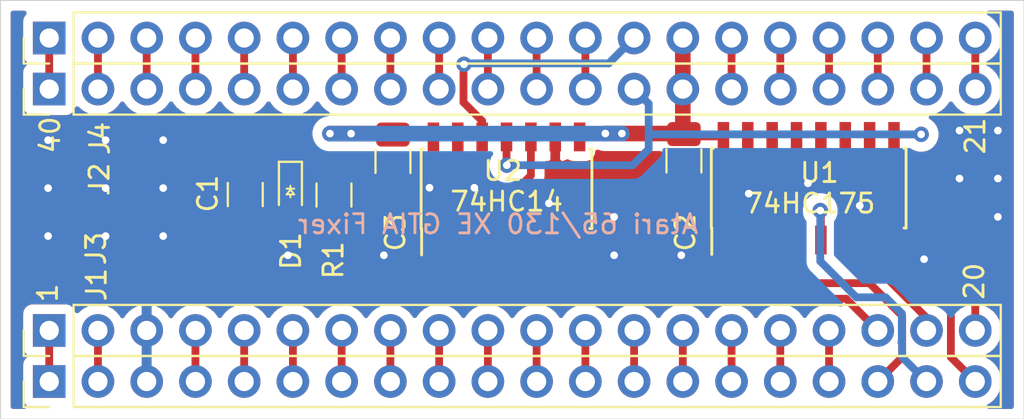
<source format=kicad_pcb>
(kicad_pcb (version 20171130) (host pcbnew "(5.1.0)-1")

  (general
    (thickness 1.6)
    (drawings 11)
    (tracks 174)
    (zones 0)
    (modules 11)
    (nets 56)
  )

  (page A4)
  (layers
    (0 F.Cu signal)
    (31 B.Cu signal)
    (32 B.Adhes user)
    (33 F.Adhes user)
    (34 B.Paste user)
    (35 F.Paste user)
    (36 B.SilkS user)
    (37 F.SilkS user)
    (38 B.Mask user)
    (39 F.Mask user)
    (40 Dwgs.User user)
    (41 Cmts.User user)
    (42 Eco1.User user)
    (43 Eco2.User user)
    (44 Edge.Cuts user)
    (45 Margin user)
    (46 B.CrtYd user)
    (47 F.CrtYd user)
    (48 B.Fab user hide)
    (49 F.Fab user hide)
  )

  (setup
    (last_trace_width 0.4064)
    (user_trace_width 0.254)
    (user_trace_width 0.3048)
    (user_trace_width 0.4064)
    (user_trace_width 0.508)
    (user_trace_width 0.6096)
    (user_trace_width 0.8128)
    (trace_clearance 0.2)
    (zone_clearance 0.508)
    (zone_45_only no)
    (trace_min 0.2)
    (via_size 0.8)
    (via_drill 0.4)
    (via_min_size 0.4)
    (via_min_drill 0.3)
    (uvia_size 0.3)
    (uvia_drill 0.1)
    (uvias_allowed no)
    (uvia_min_size 0.2)
    (uvia_min_drill 0.1)
    (edge_width 0.05)
    (segment_width 0.2)
    (pcb_text_width 0.3)
    (pcb_text_size 1.5 1.5)
    (mod_edge_width 0.12)
    (mod_text_size 1 1)
    (mod_text_width 0.15)
    (pad_size 1.524 1.524)
    (pad_drill 0.762)
    (pad_to_mask_clearance 0.051)
    (solder_mask_min_width 0.25)
    (aux_axis_origin 160.02 134.62)
    (visible_elements 7FFFEFFF)
    (pcbplotparams
      (layerselection 0x010f0_ffffffff)
      (usegerberextensions true)
      (usegerberattributes false)
      (usegerberadvancedattributes false)
      (creategerberjobfile false)
      (excludeedgelayer true)
      (linewidth 0.100000)
      (plotframeref false)
      (viasonmask false)
      (mode 1)
      (useauxorigin true)
      (hpglpennumber 1)
      (hpglpenspeed 20)
      (hpglpendiameter 15.000000)
      (psnegative false)
      (psa4output false)
      (plotreference true)
      (plotvalue false)
      (plotinvisibletext false)
      (padsonsilk false)
      (subtractmaskfromsilk true)
      (outputformat 1)
      (mirror false)
      (drillshape 0)
      (scaleselection 1)
      (outputdirectory "Gerebr/"))
  )

  (net 0 "")
  (net 1 GND)
  (net 2 "Net-(C1-Pad1)")
  (net 3 "Net-(D1-Pad2)")
  (net 4 AN2)
  (net 5 AN1)
  (net 6 AN0)
  (net 7 17)
  (net 8 16)
  (net 9 15)
  (net 10 14)
  (net 11 13)
  (net 12 12)
  (net 13 11)
  (net 14 10)
  (net 15 9)
  (net 16 8)
  (net 17 7)
  (net 18 6)
  (net 19 5)
  (net 20 4)
  (net 21 2)
  (net 22 1)
  (net 23 18)
  (net 24 19)
  (net 25 20)
  (net 26 21)
  (net 27 22)
  (net 28 23)
  (net 29 OSC)
  (net 30 25)
  (net 31 26)
  (net 32 27)
  (net 33 28)
  (net 34 29)
  (net 35 30)
  (net 36 31)
  (net 37 32)
  (net 38 33)
  (net 39 34)
  (net 40 35)
  (net 41 36)
  (net 42 AN2_GTIA)
  (net 43 AN1_GTIA)
  (net 44 AN0_GTIA)
  (net 45 OSC_GTIA)
  (net 46 +5V)
  (net 47 "Net-(U1-Pad15)")
  (net 48 "Net-(U1-Pad14)")
  (net 49 "Net-(U1-Pad11)")
  (net 50 "Net-(U1-Pad6)")
  (net 51 "Net-(U1-Pad3)")
  (net 52 "Net-(U2-Pad8)")
  (net 53 "Net-(U2-Pad6)")
  (net 54 "Net-(U2-Pad4)")
  (net 55 "Net-(U2-Pad2)")

  (net_class Default "To jest domyślna klasa połączeń."
    (clearance 0.2)
    (trace_width 0.25)
    (via_dia 0.8)
    (via_drill 0.4)
    (uvia_dia 0.3)
    (uvia_drill 0.1)
    (add_net +5V)
    (add_net 1)
    (add_net 10)
    (add_net 11)
    (add_net 12)
    (add_net 13)
    (add_net 14)
    (add_net 15)
    (add_net 16)
    (add_net 17)
    (add_net 18)
    (add_net 19)
    (add_net 2)
    (add_net 20)
    (add_net 21)
    (add_net 22)
    (add_net 23)
    (add_net 25)
    (add_net 26)
    (add_net 27)
    (add_net 28)
    (add_net 29)
    (add_net 30)
    (add_net 31)
    (add_net 32)
    (add_net 33)
    (add_net 34)
    (add_net 35)
    (add_net 36)
    (add_net 4)
    (add_net 5)
    (add_net 6)
    (add_net 7)
    (add_net 8)
    (add_net 9)
    (add_net AN0)
    (add_net AN0_GTIA)
    (add_net AN1)
    (add_net AN1_GTIA)
    (add_net AN2)
    (add_net AN2_GTIA)
    (add_net GND)
    (add_net "Net-(C1-Pad1)")
    (add_net "Net-(D1-Pad2)")
    (add_net "Net-(U1-Pad11)")
    (add_net "Net-(U1-Pad14)")
    (add_net "Net-(U1-Pad15)")
    (add_net "Net-(U1-Pad3)")
    (add_net "Net-(U1-Pad6)")
    (add_net "Net-(U2-Pad2)")
    (add_net "Net-(U2-Pad4)")
    (add_net "Net-(U2-Pad6)")
    (add_net "Net-(U2-Pad8)")
    (add_net OSC)
    (add_net OSC_GTIA)
  )

  (module Connector_PinHeader_2.54mm:PinHeader_1x20_P2.54mm_Vertical (layer F.Cu) (tedit 59FED5CC) (tstamp 5D10DEF3)
    (at 162.56 132.38 90)
    (descr "Through hole straight pin header, 1x20, 2.54mm pitch, single row")
    (tags "Through hole pin header THT 1x20 2.54mm single row")
    (path /5D11916C)
    (fp_text reference J1 (at 5.0498 2.4638 90) (layer F.SilkS)
      (effects (font (size 1 1) (thickness 0.15)))
    )
    (fp_text value GTIA (at 0 50.59 90) (layer F.Fab)
      (effects (font (size 1 1) (thickness 0.15)))
    )
    (fp_text user %R (at 0 24.13 180) (layer F.Fab)
      (effects (font (size 1 1) (thickness 0.15)))
    )
    (fp_line (start 1.8 -1.8) (end -1.8 -1.8) (layer F.CrtYd) (width 0.05))
    (fp_line (start 1.8 50.05) (end 1.8 -1.8) (layer F.CrtYd) (width 0.05))
    (fp_line (start -1.8 50.05) (end 1.8 50.05) (layer F.CrtYd) (width 0.05))
    (fp_line (start -1.8 -1.8) (end -1.8 50.05) (layer F.CrtYd) (width 0.05))
    (fp_line (start -1.33 -1.33) (end 0 -1.33) (layer F.SilkS) (width 0.12))
    (fp_line (start -1.33 0) (end -1.33 -1.33) (layer F.SilkS) (width 0.12))
    (fp_line (start -1.33 1.27) (end 1.33 1.27) (layer F.SilkS) (width 0.12))
    (fp_line (start 1.33 1.27) (end 1.33 49.59) (layer F.SilkS) (width 0.12))
    (fp_line (start -1.33 1.27) (end -1.33 49.59) (layer F.SilkS) (width 0.12))
    (fp_line (start -1.33 49.59) (end 1.33 49.59) (layer F.SilkS) (width 0.12))
    (fp_line (start -1.27 -0.635) (end -0.635 -1.27) (layer F.Fab) (width 0.1))
    (fp_line (start -1.27 49.53) (end -1.27 -0.635) (layer F.Fab) (width 0.1))
    (fp_line (start 1.27 49.53) (end -1.27 49.53) (layer F.Fab) (width 0.1))
    (fp_line (start 1.27 -1.27) (end 1.27 49.53) (layer F.Fab) (width 0.1))
    (fp_line (start -0.635 -1.27) (end 1.27 -1.27) (layer F.Fab) (width 0.1))
    (pad 20 thru_hole oval (at 0 48.26 90) (size 1.7 1.7) (drill 1) (layers *.Cu *.Mask)
      (net 4 AN2))
    (pad 19 thru_hole oval (at 0 45.72 90) (size 1.7 1.7) (drill 1) (layers *.Cu *.Mask)
      (net 5 AN1))
    (pad 18 thru_hole oval (at 0 43.18 90) (size 1.7 1.7) (drill 1) (layers *.Cu *.Mask)
      (net 6 AN0))
    (pad 17 thru_hole oval (at 0 40.64 90) (size 1.7 1.7) (drill 1) (layers *.Cu *.Mask)
      (net 7 17))
    (pad 16 thru_hole oval (at 0 38.1 90) (size 1.7 1.7) (drill 1) (layers *.Cu *.Mask)
      (net 8 16))
    (pad 15 thru_hole oval (at 0 35.56 90) (size 1.7 1.7) (drill 1) (layers *.Cu *.Mask)
      (net 9 15))
    (pad 14 thru_hole oval (at 0 33.02 90) (size 1.7 1.7) (drill 1) (layers *.Cu *.Mask)
      (net 10 14))
    (pad 13 thru_hole oval (at 0 30.48 90) (size 1.7 1.7) (drill 1) (layers *.Cu *.Mask)
      (net 11 13))
    (pad 12 thru_hole oval (at 0 27.94 90) (size 1.7 1.7) (drill 1) (layers *.Cu *.Mask)
      (net 12 12))
    (pad 11 thru_hole oval (at 0 25.4 90) (size 1.7 1.7) (drill 1) (layers *.Cu *.Mask)
      (net 13 11))
    (pad 10 thru_hole oval (at 0 22.86 90) (size 1.7 1.7) (drill 1) (layers *.Cu *.Mask)
      (net 14 10))
    (pad 9 thru_hole oval (at 0 20.32 90) (size 1.7 1.7) (drill 1) (layers *.Cu *.Mask)
      (net 15 9))
    (pad 8 thru_hole oval (at 0 17.78 90) (size 1.7 1.7) (drill 1) (layers *.Cu *.Mask)
      (net 16 8))
    (pad 7 thru_hole oval (at 0 15.24 90) (size 1.7 1.7) (drill 1) (layers *.Cu *.Mask)
      (net 17 7))
    (pad 6 thru_hole oval (at 0 12.7 90) (size 1.7 1.7) (drill 1) (layers *.Cu *.Mask)
      (net 18 6))
    (pad 5 thru_hole oval (at 0 10.16 90) (size 1.7 1.7) (drill 1) (layers *.Cu *.Mask)
      (net 19 5))
    (pad 4 thru_hole oval (at 0 7.62 90) (size 1.7 1.7) (drill 1) (layers *.Cu *.Mask)
      (net 20 4))
    (pad 3 thru_hole oval (at 0 5.08 90) (size 1.7 1.7) (drill 1) (layers *.Cu *.Mask)
      (net 1 GND))
    (pad 2 thru_hole oval (at 0 2.54 90) (size 1.7 1.7) (drill 1) (layers *.Cu *.Mask)
      (net 21 2))
    (pad 1 thru_hole rect (at 0 0 90) (size 1.7 1.7) (drill 1) (layers *.Cu *.Mask)
      (net 22 1))
    (model ${KISYS3DMOD}/Connector_PinHeader_2.54mm.3dshapes/PinHeader_1x20_P2.54mm_Vertical.wrl
      (at (xyz 0 0 0))
      (scale (xyz 1 1 1))
      (rotate (xyz 0 0 0))
    )
  )

  (module Jacek:Diode_SOD-523_HandSoldering (layer F.Cu) (tedit 5D2A6134) (tstamp 5D2AD75F)
    (at 175.13 122.48 270)
    (descr "http://www.diodes.com/datasheets/ap02001.pdf p.144")
    (tags "Diode SOD523")
    (path /5D114BA4)
    (attr smd)
    (fp_text reference D1 (at 3.0976 -0.0284 270) (layer F.SilkS)
      (effects (font (size 1 1) (thickness 0.15)))
    )
    (fp_text value BAS316 (at 0.09 -3.07 270) (layer F.Fab)
      (effects (font (size 1 1) (thickness 0.15)))
    )
    (fp_line (start 0.15 0) (end 0.3 0) (layer F.SilkS) (width 0.1))
    (fp_line (start 0.15 0.2) (end -0.1 0) (layer F.SilkS) (width 0.1))
    (fp_line (start 0.15 -0.2) (end 0.15 0.2) (layer F.SilkS) (width 0.1))
    (fp_line (start -0.1 0) (end 0.15 -0.2) (layer F.SilkS) (width 0.1))
    (fp_line (start -0.3 0) (end -0.1 0) (layer F.SilkS) (width 0.1))
    (fp_line (start -0.15 -0.2) (end -0.15 0.2) (layer F.SilkS) (width 0.1))
    (fp_line (start 0.7 0.6) (end -1.55 0.6) (layer F.SilkS) (width 0.12))
    (fp_line (start 0.7 -0.6) (end -1.55 -0.6) (layer F.SilkS) (width 0.12))
    (fp_line (start 0.65 0.45) (end -0.65 0.45) (layer F.Fab) (width 0.1))
    (fp_line (start -0.65 0.45) (end -0.65 -0.45) (layer F.Fab) (width 0.1))
    (fp_line (start -0.65 -0.45) (end 0.65 -0.45) (layer F.Fab) (width 0.1))
    (fp_line (start 0.65 -0.45) (end 0.65 0.45) (layer F.Fab) (width 0.1))
    (fp_line (start -0.2 0.2) (end -0.2 -0.2) (layer F.Fab) (width 0.1))
    (fp_line (start -0.2 0) (end -0.35 0) (layer F.Fab) (width 0.1))
    (fp_line (start -0.2 0) (end 0.1 0.2) (layer F.Fab) (width 0.1))
    (fp_line (start 0.1 0.2) (end 0.1 -0.2) (layer F.Fab) (width 0.1))
    (fp_line (start 0.1 -0.2) (end -0.2 0) (layer F.Fab) (width 0.1))
    (fp_line (start 0.1 0) (end 0.25 0) (layer F.Fab) (width 0.1))
    (fp_line (start 1.64 0.7) (end -1.64 0.7) (layer F.CrtYd) (width 0.05))
    (fp_line (start -1.64 0.7) (end -1.64 -0.7) (layer F.CrtYd) (width 0.05))
    (fp_line (start -1.64 -0.7) (end 1.64 -0.7) (layer F.CrtYd) (width 0.05))
    (fp_line (start 1.64 -0.7) (end 1.64 0.7) (layer F.CrtYd) (width 0.05))
    (fp_line (start -1.55 -0.6) (end -1.55 0.6) (layer F.SilkS) (width 0.12))
    (fp_text user %R (at 2.74 -1.45 270) (layer F.Fab)
      (effects (font (size 1 1) (thickness 0.15)))
    )
    (pad 1 smd rect (at -0.99 0 90) (size 1.2 1) (layers F.Cu F.Paste F.Mask)
      (net 2 "Net-(C1-Pad1)"))
    (pad 2 smd rect (at 0.99 0 90) (size 1.2 1) (layers F.Cu F.Paste F.Mask)
      (net 3 "Net-(D1-Pad2)"))
    (model ${KISYS3DMOD}/Diode_SMD.3dshapes/D_SOD-523.wrl
      (at (xyz 0 0 0))
      (scale (xyz 1 1 1))
      (rotate (xyz 0 0 0))
    )
  )

  (module Package_SO:SOIC-14_3.9x8.7mm_P1.27mm (layer F.Cu) (tedit 5A02F2D3) (tstamp 5D10FAE0)
    (at 186.3922 122.332 90)
    (descr "14-Lead Plastic Small Outline (SL) - Narrow, 3.90 mm Body [SOIC] (see Microchip Packaging Specification 00000049BS.pdf)")
    (tags "SOIC 1.27")
    (path /5D10B6B7)
    (attr smd)
    (fp_text reference U2 (at 0.932 -0.1922 180) (layer F.SilkS)
      (effects (font (size 1 1) (thickness 0.15)))
    )
    (fp_text value 74HC14 (at 0 5.375 90) (layer F.Fab)
      (effects (font (size 1 1) (thickness 0.15)))
    )
    (fp_line (start -2.075 -4.425) (end -3.45 -4.425) (layer F.SilkS) (width 0.15))
    (fp_line (start -2.075 4.45) (end 2.075 4.45) (layer F.SilkS) (width 0.15))
    (fp_line (start -2.075 -4.45) (end 2.075 -4.45) (layer F.SilkS) (width 0.15))
    (fp_line (start -2.075 4.45) (end -2.075 4.335) (layer F.SilkS) (width 0.15))
    (fp_line (start 2.075 4.45) (end 2.075 4.335) (layer F.SilkS) (width 0.15))
    (fp_line (start 2.075 -4.45) (end 2.075 -4.335) (layer F.SilkS) (width 0.15))
    (fp_line (start -2.075 -4.45) (end -2.075 -4.425) (layer F.SilkS) (width 0.15))
    (fp_line (start -3.7 4.65) (end 3.7 4.65) (layer F.CrtYd) (width 0.05))
    (fp_line (start -3.7 -4.65) (end 3.7 -4.65) (layer F.CrtYd) (width 0.05))
    (fp_line (start 3.7 -4.65) (end 3.7 4.65) (layer F.CrtYd) (width 0.05))
    (fp_line (start -3.7 -4.65) (end -3.7 4.65) (layer F.CrtYd) (width 0.05))
    (fp_line (start -1.95 -3.35) (end -0.95 -4.35) (layer F.Fab) (width 0.15))
    (fp_line (start -1.95 4.35) (end -1.95 -3.35) (layer F.Fab) (width 0.15))
    (fp_line (start 1.95 4.35) (end -1.95 4.35) (layer F.Fab) (width 0.15))
    (fp_line (start 1.95 -4.35) (end 1.95 4.35) (layer F.Fab) (width 0.15))
    (fp_line (start -0.95 -4.35) (end 1.95 -4.35) (layer F.Fab) (width 0.15))
    (fp_text user %R (at 0 0 90) (layer F.Fab)
      (effects (font (size 0.9 0.9) (thickness 0.135)))
    )
    (pad 14 smd rect (at 2.7 -3.81 90) (size 1.5 0.6) (layers F.Cu F.Paste F.Mask)
      (net 46 +5V))
    (pad 13 smd rect (at 2.7 -2.54 90) (size 1.5 0.6) (layers F.Cu F.Paste F.Mask)
      (net 2 "Net-(C1-Pad1)"))
    (pad 12 smd rect (at 2.7 -1.27 90) (size 1.5 0.6) (layers F.Cu F.Paste F.Mask)
      (net 45 OSC_GTIA))
    (pad 11 smd rect (at 2.7 0 90) (size 1.5 0.6) (layers F.Cu F.Paste F.Mask)
      (net 29 OSC))
    (pad 10 smd rect (at 2.7 1.27 90) (size 1.5 0.6) (layers F.Cu F.Paste F.Mask)
      (net 3 "Net-(D1-Pad2)"))
    (pad 9 smd rect (at 2.7 2.54 90) (size 1.5 0.6) (layers F.Cu F.Paste F.Mask)
      (net 1 GND))
    (pad 8 smd rect (at 2.7 3.81 90) (size 1.5 0.6) (layers F.Cu F.Paste F.Mask)
      (net 52 "Net-(U2-Pad8)"))
    (pad 7 smd rect (at -2.7 3.81 90) (size 1.5 0.6) (layers F.Cu F.Paste F.Mask)
      (net 1 GND))
    (pad 6 smd rect (at -2.7 2.54 90) (size 1.5 0.6) (layers F.Cu F.Paste F.Mask)
      (net 53 "Net-(U2-Pad6)"))
    (pad 5 smd rect (at -2.7 1.27 90) (size 1.5 0.6) (layers F.Cu F.Paste F.Mask)
      (net 1 GND))
    (pad 4 smd rect (at -2.7 0 90) (size 1.5 0.6) (layers F.Cu F.Paste F.Mask)
      (net 54 "Net-(U2-Pad4)"))
    (pad 3 smd rect (at -2.7 -1.27 90) (size 1.5 0.6) (layers F.Cu F.Paste F.Mask)
      (net 1 GND))
    (pad 2 smd rect (at -2.7 -2.54 90) (size 1.5 0.6) (layers F.Cu F.Paste F.Mask)
      (net 55 "Net-(U2-Pad2)"))
    (pad 1 smd rect (at -2.7 -3.81 90) (size 1.5 0.6) (layers F.Cu F.Paste F.Mask)
      (net 1 GND))
    (model ${KISYS3DMOD}/Package_SO.3dshapes/SOIC-14_3.9x8.7mm_P1.27mm.wrl
      (at (xyz 0 0 0))
      (scale (xyz 1 1 1))
      (rotate (xyz 0 0 0))
    )
  )

  (module Resistor_SMD:R_1206_3216Metric (layer F.Cu) (tedit 5B301BBD) (tstamp 5D10EA7C)
    (at 180.474 120.9096 270)
    (descr "Resistor SMD 1206 (3216 Metric), square (rectangular) end terminal, IPC_7351 nominal, (Body size source: http://www.tortai-tech.com/upload/download/2011102023233369053.pdf), generated with kicad-footprint-generator")
    (tags resistor)
    (path /5D134429)
    (attr smd)
    (fp_text reference C3 (at 3.7084 -0.127 270) (layer F.SilkS)
      (effects (font (size 1 1) (thickness 0.15)))
    )
    (fp_text value 100n (at 0 1.82 270) (layer F.Fab)
      (effects (font (size 1 1) (thickness 0.15)))
    )
    (fp_text user %R (at 0 0 270) (layer F.Fab)
      (effects (font (size 0.8 0.8) (thickness 0.12)))
    )
    (fp_line (start 2.28 1.12) (end -2.28 1.12) (layer F.CrtYd) (width 0.05))
    (fp_line (start 2.28 -1.12) (end 2.28 1.12) (layer F.CrtYd) (width 0.05))
    (fp_line (start -2.28 -1.12) (end 2.28 -1.12) (layer F.CrtYd) (width 0.05))
    (fp_line (start -2.28 1.12) (end -2.28 -1.12) (layer F.CrtYd) (width 0.05))
    (fp_line (start -0.602064 0.91) (end 0.602064 0.91) (layer F.SilkS) (width 0.12))
    (fp_line (start -0.602064 -0.91) (end 0.602064 -0.91) (layer F.SilkS) (width 0.12))
    (fp_line (start 1.6 0.8) (end -1.6 0.8) (layer F.Fab) (width 0.1))
    (fp_line (start 1.6 -0.8) (end 1.6 0.8) (layer F.Fab) (width 0.1))
    (fp_line (start -1.6 -0.8) (end 1.6 -0.8) (layer F.Fab) (width 0.1))
    (fp_line (start -1.6 0.8) (end -1.6 -0.8) (layer F.Fab) (width 0.1))
    (pad 2 smd roundrect (at 1.4 0 270) (size 1.25 1.75) (layers F.Cu F.Paste F.Mask) (roundrect_rratio 0.2)
      (net 1 GND))
    (pad 1 smd roundrect (at -1.4 0 270) (size 1.25 1.75) (layers F.Cu F.Paste F.Mask) (roundrect_rratio 0.2)
      (net 46 +5V))
    (model ${KISYS3DMOD}/Resistor_SMD.3dshapes/R_1206_3216Metric.wrl
      (at (xyz 0 0 0))
      (scale (xyz 1 1 1))
      (rotate (xyz 0 0 0))
    )
  )

  (module Resistor_SMD:R_1206_3216Metric (layer F.Cu) (tedit 5B301BBD) (tstamp 5D10EE42)
    (at 195.6378 120.8842 270)
    (descr "Resistor SMD 1206 (3216 Metric), square (rectangular) end terminal, IPC_7351 nominal, (Body size source: http://www.tortai-tech.com/upload/download/2011102023233369053.pdf), generated with kicad-footprint-generator")
    (tags resistor)
    (path /5D134A30)
    (attr smd)
    (fp_text reference C2 (at 3.7338 -0.0762 270) (layer F.SilkS)
      (effects (font (size 1 1) (thickness 0.15)))
    )
    (fp_text value 100n (at 0 1.82 270) (layer F.Fab)
      (effects (font (size 1 1) (thickness 0.15)))
    )
    (fp_text user %R (at 0 0 270) (layer F.Fab)
      (effects (font (size 0.8 0.8) (thickness 0.12)))
    )
    (fp_line (start 2.28 1.12) (end -2.28 1.12) (layer F.CrtYd) (width 0.05))
    (fp_line (start 2.28 -1.12) (end 2.28 1.12) (layer F.CrtYd) (width 0.05))
    (fp_line (start -2.28 -1.12) (end 2.28 -1.12) (layer F.CrtYd) (width 0.05))
    (fp_line (start -2.28 1.12) (end -2.28 -1.12) (layer F.CrtYd) (width 0.05))
    (fp_line (start -0.602064 0.91) (end 0.602064 0.91) (layer F.SilkS) (width 0.12))
    (fp_line (start -0.602064 -0.91) (end 0.602064 -0.91) (layer F.SilkS) (width 0.12))
    (fp_line (start 1.6 0.8) (end -1.6 0.8) (layer F.Fab) (width 0.1))
    (fp_line (start 1.6 -0.8) (end 1.6 0.8) (layer F.Fab) (width 0.1))
    (fp_line (start -1.6 -0.8) (end 1.6 -0.8) (layer F.Fab) (width 0.1))
    (fp_line (start -1.6 0.8) (end -1.6 -0.8) (layer F.Fab) (width 0.1))
    (pad 2 smd roundrect (at 1.4 0 270) (size 1.25 1.75) (layers F.Cu F.Paste F.Mask) (roundrect_rratio 0.2)
      (net 1 GND))
    (pad 1 smd roundrect (at -1.4 0 270) (size 1.25 1.75) (layers F.Cu F.Paste F.Mask) (roundrect_rratio 0.2)
      (net 46 +5V))
    (model ${KISYS3DMOD}/Resistor_SMD.3dshapes/R_1206_3216Metric.wrl
      (at (xyz 0 0 0))
      (scale (xyz 1 1 1))
      (rotate (xyz 0 0 0))
    )
  )

  (module Package_SO:SOIC-16_3.9x9.9mm_P1.27mm (layer F.Cu) (tedit 5A02F2D3) (tstamp 5D10DFA1)
    (at 202.1402 122.3066 90)
    (descr "16-Lead Plastic Small Outline (SL) - Narrow, 3.90 mm Body [SOIC] (see Microchip Packaging Specification 00000049BS.pdf)")
    (tags "SOIC 1.27")
    (path /5D108D15)
    (attr smd)
    (fp_text reference U1 (at 0.8066 0.5598 180) (layer F.SilkS)
      (effects (font (size 1 1) (thickness 0.15)))
    )
    (fp_text value 74LS175 (at 0 6 90) (layer F.Fab)
      (effects (font (size 1 1) (thickness 0.15)))
    )
    (fp_line (start -2.075 -5.05) (end -3.45 -5.05) (layer F.SilkS) (width 0.15))
    (fp_line (start -2.075 5.075) (end 2.075 5.075) (layer F.SilkS) (width 0.15))
    (fp_line (start -2.075 -5.075) (end 2.075 -5.075) (layer F.SilkS) (width 0.15))
    (fp_line (start -2.075 5.075) (end -2.075 4.97) (layer F.SilkS) (width 0.15))
    (fp_line (start 2.075 5.075) (end 2.075 4.97) (layer F.SilkS) (width 0.15))
    (fp_line (start 2.075 -5.075) (end 2.075 -4.97) (layer F.SilkS) (width 0.15))
    (fp_line (start -2.075 -5.075) (end -2.075 -5.05) (layer F.SilkS) (width 0.15))
    (fp_line (start -3.7 5.25) (end 3.7 5.25) (layer F.CrtYd) (width 0.05))
    (fp_line (start -3.7 -5.25) (end 3.7 -5.25) (layer F.CrtYd) (width 0.05))
    (fp_line (start 3.7 -5.25) (end 3.7 5.25) (layer F.CrtYd) (width 0.05))
    (fp_line (start -3.7 -5.25) (end -3.7 5.25) (layer F.CrtYd) (width 0.05))
    (fp_line (start -1.95 -3.95) (end -0.95 -4.95) (layer F.Fab) (width 0.15))
    (fp_line (start -1.95 4.95) (end -1.95 -3.95) (layer F.Fab) (width 0.15))
    (fp_line (start 1.95 4.95) (end -1.95 4.95) (layer F.Fab) (width 0.15))
    (fp_line (start 1.95 -4.95) (end 1.95 4.95) (layer F.Fab) (width 0.15))
    (fp_line (start -0.95 -4.95) (end 1.95 -4.95) (layer F.Fab) (width 0.15))
    (fp_text user %R (at 0 0 90) (layer F.Fab)
      (effects (font (size 0.9 0.9) (thickness 0.135)))
    )
    (pad 16 smd rect (at 2.7 -4.445 90) (size 1.5 0.6) (layers F.Cu F.Paste F.Mask)
      (net 46 +5V))
    (pad 15 smd rect (at 2.7 -3.175 90) (size 1.5 0.6) (layers F.Cu F.Paste F.Mask)
      (net 47 "Net-(U1-Pad15)"))
    (pad 14 smd rect (at 2.7 -1.905 90) (size 1.5 0.6) (layers F.Cu F.Paste F.Mask)
      (net 48 "Net-(U1-Pad14)"))
    (pad 13 smd rect (at 2.7 -0.635 90) (size 1.5 0.6) (layers F.Cu F.Paste F.Mask)
      (net 46 +5V))
    (pad 12 smd rect (at 2.7 0.635 90) (size 1.5 0.6) (layers F.Cu F.Paste F.Mask)
      (net 4 AN2))
    (pad 11 smd rect (at 2.7 1.905 90) (size 1.5 0.6) (layers F.Cu F.Paste F.Mask)
      (net 49 "Net-(U1-Pad11)"))
    (pad 10 smd rect (at 2.7 3.175 90) (size 1.5 0.6) (layers F.Cu F.Paste F.Mask)
      (net 42 AN2_GTIA))
    (pad 9 smd rect (at 2.7 4.445 90) (size 1.5 0.6) (layers F.Cu F.Paste F.Mask)
      (net 29 OSC))
    (pad 8 smd rect (at -2.7 4.445 90) (size 1.5 0.6) (layers F.Cu F.Paste F.Mask)
      (net 1 GND))
    (pad 7 smd rect (at -2.7 3.175 90) (size 1.5 0.6) (layers F.Cu F.Paste F.Mask)
      (net 43 AN1_GTIA))
    (pad 6 smd rect (at -2.7 1.905 90) (size 1.5 0.6) (layers F.Cu F.Paste F.Mask)
      (net 50 "Net-(U1-Pad6)"))
    (pad 5 smd rect (at -2.7 0.635 90) (size 1.5 0.6) (layers F.Cu F.Paste F.Mask)
      (net 5 AN1))
    (pad 4 smd rect (at -2.7 -0.635 90) (size 1.5 0.6) (layers F.Cu F.Paste F.Mask)
      (net 6 AN0))
    (pad 3 smd rect (at -2.7 -1.905 90) (size 1.5 0.6) (layers F.Cu F.Paste F.Mask)
      (net 51 "Net-(U1-Pad3)"))
    (pad 2 smd rect (at -2.7 -3.175 90) (size 1.5 0.6) (layers F.Cu F.Paste F.Mask)
      (net 44 AN0_GTIA))
    (pad 1 smd rect (at -2.7 -4.445 90) (size 1.5 0.6) (layers F.Cu F.Paste F.Mask)
      (net 46 +5V))
    (model ${KISYS3DMOD}/Package_SO.3dshapes/SOIC-16_3.9x9.9mm_P1.27mm.wrl
      (at (xyz 0 0 0))
      (scale (xyz 1 1 1))
      (rotate (xyz 0 0 0))
    )
  )

  (module Resistor_SMD:R_1206_3216Metric (layer F.Cu) (tedit 5B301BBD) (tstamp 5D10FE30)
    (at 177.4006 122.6622 270)
    (descr "Resistor SMD 1206 (3216 Metric), square (rectangular) end terminal, IPC_7351 nominal, (Body size source: http://www.tortai-tech.com/upload/download/2011102023233369053.pdf), generated with kicad-footprint-generator")
    (tags resistor)
    (path /5D11453F)
    (attr smd)
    (fp_text reference R1 (at 3.398 0.0324 270) (layer F.SilkS)
      (effects (font (size 1 1) (thickness 0.15)))
    )
    (fp_text value 1K (at 0 1.82 270) (layer F.Fab)
      (effects (font (size 1 1) (thickness 0.15)))
    )
    (fp_text user %R (at 0 0 270) (layer F.Fab)
      (effects (font (size 0.8 0.8) (thickness 0.12)))
    )
    (fp_line (start 2.28 1.12) (end -2.28 1.12) (layer F.CrtYd) (width 0.05))
    (fp_line (start 2.28 -1.12) (end 2.28 1.12) (layer F.CrtYd) (width 0.05))
    (fp_line (start -2.28 -1.12) (end 2.28 -1.12) (layer F.CrtYd) (width 0.05))
    (fp_line (start -2.28 1.12) (end -2.28 -1.12) (layer F.CrtYd) (width 0.05))
    (fp_line (start -0.602064 0.91) (end 0.602064 0.91) (layer F.SilkS) (width 0.12))
    (fp_line (start -0.602064 -0.91) (end 0.602064 -0.91) (layer F.SilkS) (width 0.12))
    (fp_line (start 1.6 0.8) (end -1.6 0.8) (layer F.Fab) (width 0.1))
    (fp_line (start 1.6 -0.8) (end 1.6 0.8) (layer F.Fab) (width 0.1))
    (fp_line (start -1.6 -0.8) (end 1.6 -0.8) (layer F.Fab) (width 0.1))
    (fp_line (start -1.6 0.8) (end -1.6 -0.8) (layer F.Fab) (width 0.1))
    (pad 2 smd roundrect (at 1.4 0 270) (size 1.25 1.75) (layers F.Cu F.Paste F.Mask) (roundrect_rratio 0.2)
      (net 3 "Net-(D1-Pad2)"))
    (pad 1 smd roundrect (at -1.4 0 270) (size 1.25 1.75) (layers F.Cu F.Paste F.Mask) (roundrect_rratio 0.2)
      (net 2 "Net-(C1-Pad1)"))
    (model ${KISYS3DMOD}/Resistor_SMD.3dshapes/R_1206_3216Metric.wrl
      (at (xyz 0 0 0))
      (scale (xyz 1 1 1))
      (rotate (xyz 0 0 0))
    )
  )

  (module Resistor_SMD:R_1206_3216Metric (layer F.Cu) (tedit 5B301BBD) (tstamp 5D10DEB3)
    (at 172.7778 122.6368 270)
    (descr "Resistor SMD 1206 (3216 Metric), square (rectangular) end terminal, IPC_7351 nominal, (Body size source: http://www.tortai-tech.com/upload/download/2011102023233369053.pdf), generated with kicad-footprint-generator")
    (tags resistor)
    (path /5D115E78)
    (attr smd)
    (fp_text reference C1 (at -0.0508 1.9558 270) (layer F.SilkS)
      (effects (font (size 1 1) (thickness 0.15)))
    )
    (fp_text value 22p (at 0 1.82 270) (layer F.Fab)
      (effects (font (size 1 1) (thickness 0.15)))
    )
    (fp_text user %R (at 0 0 270) (layer F.Fab)
      (effects (font (size 0.8 0.8) (thickness 0.12)))
    )
    (fp_line (start 2.28 1.12) (end -2.28 1.12) (layer F.CrtYd) (width 0.05))
    (fp_line (start 2.28 -1.12) (end 2.28 1.12) (layer F.CrtYd) (width 0.05))
    (fp_line (start -2.28 -1.12) (end 2.28 -1.12) (layer F.CrtYd) (width 0.05))
    (fp_line (start -2.28 1.12) (end -2.28 -1.12) (layer F.CrtYd) (width 0.05))
    (fp_line (start -0.602064 0.91) (end 0.602064 0.91) (layer F.SilkS) (width 0.12))
    (fp_line (start -0.602064 -0.91) (end 0.602064 -0.91) (layer F.SilkS) (width 0.12))
    (fp_line (start 1.6 0.8) (end -1.6 0.8) (layer F.Fab) (width 0.1))
    (fp_line (start 1.6 -0.8) (end 1.6 0.8) (layer F.Fab) (width 0.1))
    (fp_line (start -1.6 -0.8) (end 1.6 -0.8) (layer F.Fab) (width 0.1))
    (fp_line (start -1.6 0.8) (end -1.6 -0.8) (layer F.Fab) (width 0.1))
    (pad 2 smd roundrect (at 1.4 0 270) (size 1.25 1.75) (layers F.Cu F.Paste F.Mask) (roundrect_rratio 0.2)
      (net 1 GND))
    (pad 1 smd roundrect (at -1.4 0 270) (size 1.25 1.75) (layers F.Cu F.Paste F.Mask) (roundrect_rratio 0.2)
      (net 2 "Net-(C1-Pad1)"))
    (model ${KISYS3DMOD}/Resistor_SMD.3dshapes/R_1206_3216Metric.wrl
      (at (xyz 0 0 0))
      (scale (xyz 1 1 1))
      (rotate (xyz 0 0 0))
    )
  )

  (module Connector_PinHeader_2.54mm:PinHeader_1x20_P2.54mm_Vertical (layer F.Cu) (tedit 59FED5CC) (tstamp 5D10DF6B)
    (at 162.56 114.4778 90)
    (descr "Through hole straight pin header, 1x20, 2.54mm pitch, single row")
    (tags "Through hole pin header THT 1x20 2.54mm single row")
    (path /5D124882)
    (fp_text reference J4 (at -5.2324 2.6416 90) (layer F.SilkS)
      (effects (font (size 1 1) (thickness 0.15)))
    )
    (fp_text value "GTIA Fix" (at 0 50.59 90) (layer F.Fab)
      (effects (font (size 1 1) (thickness 0.15)))
    )
    (fp_text user %R (at 0 24.13 180) (layer F.Fab)
      (effects (font (size 1 1) (thickness 0.15)))
    )
    (fp_line (start 1.8 -1.8) (end -1.8 -1.8) (layer F.CrtYd) (width 0.05))
    (fp_line (start 1.8 50.05) (end 1.8 -1.8) (layer F.CrtYd) (width 0.05))
    (fp_line (start -1.8 50.05) (end 1.8 50.05) (layer F.CrtYd) (width 0.05))
    (fp_line (start -1.8 -1.8) (end -1.8 50.05) (layer F.CrtYd) (width 0.05))
    (fp_line (start -1.33 -1.33) (end 0 -1.33) (layer F.SilkS) (width 0.12))
    (fp_line (start -1.33 0) (end -1.33 -1.33) (layer F.SilkS) (width 0.12))
    (fp_line (start -1.33 1.27) (end 1.33 1.27) (layer F.SilkS) (width 0.12))
    (fp_line (start 1.33 1.27) (end 1.33 49.59) (layer F.SilkS) (width 0.12))
    (fp_line (start -1.33 1.27) (end -1.33 49.59) (layer F.SilkS) (width 0.12))
    (fp_line (start -1.33 49.59) (end 1.33 49.59) (layer F.SilkS) (width 0.12))
    (fp_line (start -1.27 -0.635) (end -0.635 -1.27) (layer F.Fab) (width 0.1))
    (fp_line (start -1.27 49.53) (end -1.27 -0.635) (layer F.Fab) (width 0.1))
    (fp_line (start 1.27 49.53) (end -1.27 49.53) (layer F.Fab) (width 0.1))
    (fp_line (start 1.27 -1.27) (end 1.27 49.53) (layer F.Fab) (width 0.1))
    (fp_line (start -0.635 -1.27) (end 1.27 -1.27) (layer F.Fab) (width 0.1))
    (pad 20 thru_hole oval (at 0 48.26 90) (size 1.7 1.7) (drill 1) (layers *.Cu *.Mask)
      (net 23 18))
    (pad 19 thru_hole oval (at 0 45.72 90) (size 1.7 1.7) (drill 1) (layers *.Cu *.Mask)
      (net 24 19))
    (pad 18 thru_hole oval (at 0 43.18 90) (size 1.7 1.7) (drill 1) (layers *.Cu *.Mask)
      (net 25 20))
    (pad 17 thru_hole oval (at 0 40.64 90) (size 1.7 1.7) (drill 1) (layers *.Cu *.Mask)
      (net 26 21))
    (pad 16 thru_hole oval (at 0 38.1 90) (size 1.7 1.7) (drill 1) (layers *.Cu *.Mask)
      (net 27 22))
    (pad 15 thru_hole oval (at 0 35.56 90) (size 1.7 1.7) (drill 1) (layers *.Cu *.Mask)
      (net 28 23))
    (pad 14 thru_hole oval (at 0 33.02 90) (size 1.7 1.7) (drill 1) (layers *.Cu *.Mask)
      (net 46 +5V))
    (pad 13 thru_hole oval (at 0 30.48 90) (size 1.7 1.7) (drill 1) (layers *.Cu *.Mask)
      (net 45 OSC_GTIA))
    (pad 12 thru_hole oval (at 0 27.94 90) (size 1.7 1.7) (drill 1) (layers *.Cu *.Mask)
      (net 30 25))
    (pad 11 thru_hole oval (at 0 25.4 90) (size 1.7 1.7) (drill 1) (layers *.Cu *.Mask)
      (net 31 26))
    (pad 10 thru_hole oval (at 0 22.86 90) (size 1.7 1.7) (drill 1) (layers *.Cu *.Mask)
      (net 32 27))
    (pad 9 thru_hole oval (at 0 20.32 90) (size 1.7 1.7) (drill 1) (layers *.Cu *.Mask)
      (net 33 28))
    (pad 8 thru_hole oval (at 0 17.78 90) (size 1.7 1.7) (drill 1) (layers *.Cu *.Mask)
      (net 34 29))
    (pad 7 thru_hole oval (at 0 15.24 90) (size 1.7 1.7) (drill 1) (layers *.Cu *.Mask)
      (net 35 30))
    (pad 6 thru_hole oval (at 0 12.7 90) (size 1.7 1.7) (drill 1) (layers *.Cu *.Mask)
      (net 36 31))
    (pad 5 thru_hole oval (at 0 10.16 90) (size 1.7 1.7) (drill 1) (layers *.Cu *.Mask)
      (net 37 32))
    (pad 4 thru_hole oval (at 0 7.62 90) (size 1.7 1.7) (drill 1) (layers *.Cu *.Mask)
      (net 38 33))
    (pad 3 thru_hole oval (at 0 5.08 90) (size 1.7 1.7) (drill 1) (layers *.Cu *.Mask)
      (net 39 34))
    (pad 2 thru_hole oval (at 0 2.54 90) (size 1.7 1.7) (drill 1) (layers *.Cu *.Mask)
      (net 40 35))
    (pad 1 thru_hole rect (at 0 0 90) (size 1.7 1.7) (drill 1) (layers *.Cu *.Mask)
      (net 41 36))
    (model ${KISYS3DMOD}/Connector_PinHeader_2.54mm.3dshapes/PinHeader_1x20_P2.54mm_Vertical.wrl
      (at (xyz 0 0 0))
      (scale (xyz 1 1 1))
      (rotate (xyz 0 0 0))
    )
  )

  (module Connector_PinHeader_2.54mm:PinHeader_1x20_P2.54mm_Vertical (layer F.Cu) (tedit 59FED5CC) (tstamp 5D10DF43)
    (at 162.56 129.7178 90)
    (descr "Through hole straight pin header, 1x20, 2.54mm pitch, single row")
    (tags "Through hole pin header THT 1x20 2.54mm single row")
    (path /5D123772)
    (fp_text reference J3 (at 4.2672 2.4384 90) (layer F.SilkS)
      (effects (font (size 1 1) (thickness 0.15)))
    )
    (fp_text value "GTIA Fix" (at 0 50.59 90) (layer F.Fab)
      (effects (font (size 1 1) (thickness 0.15)))
    )
    (fp_text user %R (at 0 24.13 180) (layer F.Fab)
      (effects (font (size 1 1) (thickness 0.15)))
    )
    (fp_line (start 1.8 -1.8) (end -1.8 -1.8) (layer F.CrtYd) (width 0.05))
    (fp_line (start 1.8 50.05) (end 1.8 -1.8) (layer F.CrtYd) (width 0.05))
    (fp_line (start -1.8 50.05) (end 1.8 50.05) (layer F.CrtYd) (width 0.05))
    (fp_line (start -1.8 -1.8) (end -1.8 50.05) (layer F.CrtYd) (width 0.05))
    (fp_line (start -1.33 -1.33) (end 0 -1.33) (layer F.SilkS) (width 0.12))
    (fp_line (start -1.33 0) (end -1.33 -1.33) (layer F.SilkS) (width 0.12))
    (fp_line (start -1.33 1.27) (end 1.33 1.27) (layer F.SilkS) (width 0.12))
    (fp_line (start 1.33 1.27) (end 1.33 49.59) (layer F.SilkS) (width 0.12))
    (fp_line (start -1.33 1.27) (end -1.33 49.59) (layer F.SilkS) (width 0.12))
    (fp_line (start -1.33 49.59) (end 1.33 49.59) (layer F.SilkS) (width 0.12))
    (fp_line (start -1.27 -0.635) (end -0.635 -1.27) (layer F.Fab) (width 0.1))
    (fp_line (start -1.27 49.53) (end -1.27 -0.635) (layer F.Fab) (width 0.1))
    (fp_line (start 1.27 49.53) (end -1.27 49.53) (layer F.Fab) (width 0.1))
    (fp_line (start 1.27 -1.27) (end 1.27 49.53) (layer F.Fab) (width 0.1))
    (fp_line (start -0.635 -1.27) (end 1.27 -1.27) (layer F.Fab) (width 0.1))
    (pad 20 thru_hole oval (at 0 48.26 90) (size 1.7 1.7) (drill 1) (layers *.Cu *.Mask)
      (net 42 AN2_GTIA))
    (pad 19 thru_hole oval (at 0 45.72 90) (size 1.7 1.7) (drill 1) (layers *.Cu *.Mask)
      (net 43 AN1_GTIA))
    (pad 18 thru_hole oval (at 0 43.18 90) (size 1.7 1.7) (drill 1) (layers *.Cu *.Mask)
      (net 44 AN0_GTIA))
    (pad 17 thru_hole oval (at 0 40.64 90) (size 1.7 1.7) (drill 1) (layers *.Cu *.Mask)
      (net 7 17))
    (pad 16 thru_hole oval (at 0 38.1 90) (size 1.7 1.7) (drill 1) (layers *.Cu *.Mask)
      (net 8 16))
    (pad 15 thru_hole oval (at 0 35.56 90) (size 1.7 1.7) (drill 1) (layers *.Cu *.Mask)
      (net 9 15))
    (pad 14 thru_hole oval (at 0 33.02 90) (size 1.7 1.7) (drill 1) (layers *.Cu *.Mask)
      (net 10 14))
    (pad 13 thru_hole oval (at 0 30.48 90) (size 1.7 1.7) (drill 1) (layers *.Cu *.Mask)
      (net 11 13))
    (pad 12 thru_hole oval (at 0 27.94 90) (size 1.7 1.7) (drill 1) (layers *.Cu *.Mask)
      (net 12 12))
    (pad 11 thru_hole oval (at 0 25.4 90) (size 1.7 1.7) (drill 1) (layers *.Cu *.Mask)
      (net 13 11))
    (pad 10 thru_hole oval (at 0 22.86 90) (size 1.7 1.7) (drill 1) (layers *.Cu *.Mask)
      (net 14 10))
    (pad 9 thru_hole oval (at 0 20.32 90) (size 1.7 1.7) (drill 1) (layers *.Cu *.Mask)
      (net 15 9))
    (pad 8 thru_hole oval (at 0 17.78 90) (size 1.7 1.7) (drill 1) (layers *.Cu *.Mask)
      (net 16 8))
    (pad 7 thru_hole oval (at 0 15.24 90) (size 1.7 1.7) (drill 1) (layers *.Cu *.Mask)
      (net 17 7))
    (pad 6 thru_hole oval (at 0 12.7 90) (size 1.7 1.7) (drill 1) (layers *.Cu *.Mask)
      (net 18 6))
    (pad 5 thru_hole oval (at 0 10.16 90) (size 1.7 1.7) (drill 1) (layers *.Cu *.Mask)
      (net 19 5))
    (pad 4 thru_hole oval (at 0 7.62 90) (size 1.7 1.7) (drill 1) (layers *.Cu *.Mask)
      (net 20 4))
    (pad 3 thru_hole oval (at 0 5.08 90) (size 1.7 1.7) (drill 1) (layers *.Cu *.Mask)
      (net 1 GND))
    (pad 2 thru_hole oval (at 0 2.54 90) (size 1.7 1.7) (drill 1) (layers *.Cu *.Mask)
      (net 21 2))
    (pad 1 thru_hole rect (at 0 0 90) (size 1.7 1.7) (drill 1) (layers *.Cu *.Mask)
      (net 22 1))
    (model ${KISYS3DMOD}/Connector_PinHeader_2.54mm.3dshapes/PinHeader_1x20_P2.54mm_Vertical.wrl
      (at (xyz 0 0 0))
      (scale (xyz 1 1 1))
      (rotate (xyz 0 0 0))
    )
  )

  (module Connector_PinHeader_2.54mm:PinHeader_1x20_P2.54mm_Vertical (layer F.Cu) (tedit 59FED5CC) (tstamp 5D10DF1B)
    (at 162.56 117.14 90)
    (descr "Through hole straight pin header, 1x20, 2.54mm pitch, single row")
    (tags "Through hole pin header THT 1x20 2.54mm single row")
    (path /5D11B362)
    (fp_text reference J2 (at -4.7038 2.6162 90) (layer F.SilkS)
      (effects (font (size 1 1) (thickness 0.15)))
    )
    (fp_text value GTIA (at 0 50.59 90) (layer F.Fab)
      (effects (font (size 1 1) (thickness 0.15)))
    )
    (fp_text user %R (at 0 24.13 180) (layer F.Fab)
      (effects (font (size 1 1) (thickness 0.15)))
    )
    (fp_line (start 1.8 -1.8) (end -1.8 -1.8) (layer F.CrtYd) (width 0.05))
    (fp_line (start 1.8 50.05) (end 1.8 -1.8) (layer F.CrtYd) (width 0.05))
    (fp_line (start -1.8 50.05) (end 1.8 50.05) (layer F.CrtYd) (width 0.05))
    (fp_line (start -1.8 -1.8) (end -1.8 50.05) (layer F.CrtYd) (width 0.05))
    (fp_line (start -1.33 -1.33) (end 0 -1.33) (layer F.SilkS) (width 0.12))
    (fp_line (start -1.33 0) (end -1.33 -1.33) (layer F.SilkS) (width 0.12))
    (fp_line (start -1.33 1.27) (end 1.33 1.27) (layer F.SilkS) (width 0.12))
    (fp_line (start 1.33 1.27) (end 1.33 49.59) (layer F.SilkS) (width 0.12))
    (fp_line (start -1.33 1.27) (end -1.33 49.59) (layer F.SilkS) (width 0.12))
    (fp_line (start -1.33 49.59) (end 1.33 49.59) (layer F.SilkS) (width 0.12))
    (fp_line (start -1.27 -0.635) (end -0.635 -1.27) (layer F.Fab) (width 0.1))
    (fp_line (start -1.27 49.53) (end -1.27 -0.635) (layer F.Fab) (width 0.1))
    (fp_line (start 1.27 49.53) (end -1.27 49.53) (layer F.Fab) (width 0.1))
    (fp_line (start 1.27 -1.27) (end 1.27 49.53) (layer F.Fab) (width 0.1))
    (fp_line (start -0.635 -1.27) (end 1.27 -1.27) (layer F.Fab) (width 0.1))
    (pad 20 thru_hole oval (at 0 48.26 90) (size 1.7 1.7) (drill 1) (layers *.Cu *.Mask)
      (net 23 18))
    (pad 19 thru_hole oval (at 0 45.72 90) (size 1.7 1.7) (drill 1) (layers *.Cu *.Mask)
      (net 24 19))
    (pad 18 thru_hole oval (at 0 43.18 90) (size 1.7 1.7) (drill 1) (layers *.Cu *.Mask)
      (net 25 20))
    (pad 17 thru_hole oval (at 0 40.64 90) (size 1.7 1.7) (drill 1) (layers *.Cu *.Mask)
      (net 26 21))
    (pad 16 thru_hole oval (at 0 38.1 90) (size 1.7 1.7) (drill 1) (layers *.Cu *.Mask)
      (net 27 22))
    (pad 15 thru_hole oval (at 0 35.56 90) (size 1.7 1.7) (drill 1) (layers *.Cu *.Mask)
      (net 28 23))
    (pad 14 thru_hole oval (at 0 33.02 90) (size 1.7 1.7) (drill 1) (layers *.Cu *.Mask)
      (net 46 +5V))
    (pad 13 thru_hole oval (at 0 30.48 90) (size 1.7 1.7) (drill 1) (layers *.Cu *.Mask)
      (net 29 OSC))
    (pad 12 thru_hole oval (at 0 27.94 90) (size 1.7 1.7) (drill 1) (layers *.Cu *.Mask)
      (net 30 25))
    (pad 11 thru_hole oval (at 0 25.4 90) (size 1.7 1.7) (drill 1) (layers *.Cu *.Mask)
      (net 31 26))
    (pad 10 thru_hole oval (at 0 22.86 90) (size 1.7 1.7) (drill 1) (layers *.Cu *.Mask)
      (net 32 27))
    (pad 9 thru_hole oval (at 0 20.32 90) (size 1.7 1.7) (drill 1) (layers *.Cu *.Mask)
      (net 33 28))
    (pad 8 thru_hole oval (at 0 17.78 90) (size 1.7 1.7) (drill 1) (layers *.Cu *.Mask)
      (net 34 29))
    (pad 7 thru_hole oval (at 0 15.24 90) (size 1.7 1.7) (drill 1) (layers *.Cu *.Mask)
      (net 35 30))
    (pad 6 thru_hole oval (at 0 12.7 90) (size 1.7 1.7) (drill 1) (layers *.Cu *.Mask)
      (net 36 31))
    (pad 5 thru_hole oval (at 0 10.16 90) (size 1.7 1.7) (drill 1) (layers *.Cu *.Mask)
      (net 37 32))
    (pad 4 thru_hole oval (at 0 7.62 90) (size 1.7 1.7) (drill 1) (layers *.Cu *.Mask)
      (net 38 33))
    (pad 3 thru_hole oval (at 0 5.08 90) (size 1.7 1.7) (drill 1) (layers *.Cu *.Mask)
      (net 39 34))
    (pad 2 thru_hole oval (at 0 2.54 90) (size 1.7 1.7) (drill 1) (layers *.Cu *.Mask)
      (net 40 35))
    (pad 1 thru_hole rect (at 0 0 90) (size 1.7 1.7) (drill 1) (layers *.Cu *.Mask)
      (net 41 36))
    (model ${KISYS3DMOD}/Connector_PinHeader_2.54mm.3dshapes/PinHeader_1x20_P2.54mm_Vertical.wrl
      (at (xyz 0 0 0))
      (scale (xyz 1 1 1))
      (rotate (xyz 0 0 0))
    )
  )

  (gr_text 21 (at 210.82 119.5832 90) (layer F.SilkS)
    (effects (font (size 1 1) (thickness 0.15)))
  )
  (gr_text 20 (at 210.7692 127.1524 90) (layer F.SilkS)
    (effects (font (size 1 1) (thickness 0.15)))
  )
  (gr_text 40 (at 162.6108 119.5324 90) (layer F.SilkS)
    (effects (font (size 1 1) (thickness 0.15)))
  )
  (gr_text 1 (at 162.4838 127.762 90) (layer F.SilkS)
    (effects (font (size 1 1) (thickness 0.15)))
  )
  (gr_text 74HC14 (at 186.4 123) (layer F.SilkS)
    (effects (font (size 1 1) (thickness 0.15)))
  )
  (gr_text 74HC175 (at 202.2 123.1) (layer F.SilkS)
    (effects (font (size 1 1) (thickness 0.15)))
  )
  (gr_text "Atari 65/130 XE GTIA Fixer" (at 185.951 124.179) (layer B.SilkS)
    (effects (font (size 1 1) (thickness 0.15)) (justify mirror))
  )
  (gr_line (start 160.02 134.3406) (end 160.02 112.522) (layer Edge.Cuts) (width 0.05) (tstamp 5D110475))
  (gr_line (start 213.36 134.3406) (end 160.02 134.3406) (layer Edge.Cuts) (width 0.05))
  (gr_line (start 213.36 112.522) (end 213.36 134.3406) (layer Edge.Cuts) (width 0.05))
  (gr_line (start 160.02 112.522) (end 213.36 112.522) (layer Edge.Cuts) (width 0.05))

  (via (at 199.016 122.586) (size 0.8) (drill 0.4) (layers F.Cu B.Cu) (net 1))
  (via (at 184.7158 122.2812) (size 0.8) (drill 0.4) (layers F.Cu B.Cu) (net 1))
  (via (at 188.602 123.094) (size 0.8) (drill 0.4) (layers F.Cu B.Cu) (net 1))
  (via (at 182.379 122.2812) (size 0.8) (drill 0.4) (layers F.Cu B.Cu) (net 1))
  (segment (start 184.7158 122.2812) (end 182.379 122.2812) (width 0.4064) (layer B.Cu) (net 1) (tstamp 5D110A73))
  (segment (start 182.379 122.2812) (end 180.5024 122.2812) (width 0.4064) (layer F.Cu) (net 1))
  (segment (start 180.5024 122.2812) (end 180.474 122.3096) (width 0.4064) (layer F.Cu) (net 1))
  (segment (start 190.2022 124.582) (end 190.2022 125.032) (width 0.4064) (layer F.Cu) (net 1))
  (segment (start 180.474 122.3096) (end 180.1722 122.6114) (width 0.4064) (layer F.Cu) (net 1))
  (via (at 202.1 122.05) (size 0.8) (drill 0.4) (layers F.Cu B.Cu) (net 1))
  (via (at 162.5 119.8) (size 0.8) (drill 0.4) (layers F.Cu B.Cu) (net 1))
  (via (at 162.5 122.3) (size 0.8) (drill 0.4) (layers F.Cu B.Cu) (net 1))
  (via (at 165.5 122.3) (size 0.8) (drill 0.4) (layers F.Cu B.Cu) (net 1))
  (via (at 165.5 119.8) (size 0.8) (drill 0.4) (layers F.Cu B.Cu) (net 1))
  (via (at 168.5 119.8) (size 0.8) (drill 0.4) (layers F.Cu B.Cu) (net 1))
  (via (at 168.5 122.3) (size 0.8) (drill 0.4) (layers F.Cu B.Cu) (net 1))
  (via (at 212 119.3) (size 0.8) (drill 0.4) (layers F.Cu B.Cu) (net 1))
  (via (at 212 123.8) (size 0.8) (drill 0.4) (layers F.Cu B.Cu) (net 1))
  (via (at 210 119.3) (size 0.8) (drill 0.4) (layers F.Cu B.Cu) (net 1))
  (via (at 210 121.8) (size 0.8) (drill 0.4) (layers F.Cu B.Cu) (net 1))
  (via (at 208.153 126.0046) (size 0.8) (drill 0.4) (layers F.Cu B.Cu) (net 1))
  (via (at 162.5 124.8) (size 0.8) (drill 0.4) (layers F.Cu B.Cu) (net 1))
  (via (at 165.5 124.8) (size 0.8) (drill 0.4) (layers F.Cu B.Cu) (net 1))
  (via (at 168.5 124.8) (size 0.8) (drill 0.4) (layers F.Cu B.Cu) (net 1))
  (via (at 175 125.8) (size 0.8) (drill 0.4) (layers F.Cu B.Cu) (net 1))
  (via (at 180 125.8) (size 0.8) (drill 0.4) (layers F.Cu B.Cu) (net 1))
  (via (at 192 125.8) (size 0.8) (drill 0.4) (layers F.Cu B.Cu) (net 1))
  (via (at 195.5 125.8) (size 0.8) (drill 0.4) (layers F.Cu B.Cu) (net 1))
  (via (at 192 123.8) (size 0.8) (drill 0.4) (layers F.Cu B.Cu) (net 1))
  (via (at 212 121.8) (size 0.8) (drill 0.4) (layers F.Cu B.Cu) (net 1))
  (via (at 204.8002 123.2154) (size 0.8) (drill 0.4) (layers F.Cu B.Cu) (net 1))
  (segment (start 205.74 123.2154) (end 204.8002 123.2154) (width 0.4064) (layer F.Cu) (net 1))
  (segment (start 206.5852 125.0066) (end 206.5852 124.0606) (width 0.4064) (layer F.Cu) (net 1))
  (segment (start 206.5852 124.0606) (end 205.74 123.2154) (width 0.4064) (layer F.Cu) (net 1))
  (segment (start 177.4006 121.2622) (end 177.7278 120.935) (width 0.3048) (layer F.Cu) (net 2))
  (segment (start 177.4006 121.2622) (end 175.3122 121.2622) (width 0.4064) (layer F.Cu) (net 2))
  (segment (start 175.3122 121.2622) (end 175.1146 121.4598) (width 0.4064) (layer F.Cu) (net 2))
  (segment (start 172.7778 121.2368) (end 174.8916 121.2368) (width 0.4064) (layer F.Cu) (net 2))
  (segment (start 174.8916 121.2368) (end 175.1146 121.4598) (width 0.4064) (layer F.Cu) (net 2))
  (segment (start 177.5278 121.2622) (end 177.4006 121.2622) (width 0.4064) (layer F.Cu) (net 2))
  (segment (start 177.89 120.9) (end 177.5278 121.2622) (width 0.4064) (layer F.Cu) (net 2))
  (segment (start 183.38 120.9) (end 177.89 120.9) (width 0.4064) (layer F.Cu) (net 2))
  (segment (start 183.8522 119.632) (end 183.8522 120.4278) (width 0.4064) (layer F.Cu) (net 2))
  (segment (start 183.8522 120.4278) (end 183.38 120.9) (width 0.4064) (layer F.Cu) (net 2))
  (segment (start 177.4006 124.0622) (end 177.81 123.6528) (width 0.3048) (layer F.Cu) (net 3))
  (segment (start 175.7722 124.0622) (end 175.1 123.39) (width 0.4064) (layer F.Cu) (net 3))
  (segment (start 177.4006 124.0622) (end 175.7722 124.0622) (width 0.4064) (layer F.Cu) (net 3))
  (segment (start 187.6622 121.6378) (end 187.6622 119.632) (width 0.4064) (layer F.Cu) (net 3))
  (segment (start 185.62 123.68) (end 187.6622 121.6378) (width 0.4064) (layer F.Cu) (net 3))
  (segment (start 177.4006 124.0622) (end 177.7828 123.68) (width 0.4064) (layer F.Cu) (net 3))
  (segment (start 177.7828 123.68) (end 185.62 123.68) (width 0.4064) (layer F.Cu) (net 3))
  (segment (start 209.970001 131.530001) (end 210.82 132.38) (width 0.4064) (layer F.Cu) (net 4))
  (segment (start 202.7752 121.038) (end 203.962 122.2248) (width 0.4064) (layer F.Cu) (net 4))
  (segment (start 202.7752 119.6066) (end 202.7752 121.038) (width 0.4064) (layer F.Cu) (net 4))
  (segment (start 203.962 122.2248) (end 206.1972 122.2248) (width 0.4064) (layer F.Cu) (net 4))
  (segment (start 209.55 125.5776) (end 209.55 131.11) (width 0.4064) (layer F.Cu) (net 4))
  (segment (start 206.1972 122.2248) (end 209.55 125.5776) (width 0.4064) (layer F.Cu) (net 4))
  (segment (start 209.55 131.11) (end 209.970001 131.530001) (width 0.4064) (layer F.Cu) (net 4))
  (via (at 202.7428 123.4694) (size 0.8) (drill 0.4) (layers F.Cu B.Cu) (net 5))
  (segment (start 202.7752 125.0066) (end 202.7752 123.5018) (width 0.4064) (layer F.Cu) (net 5))
  (segment (start 202.7752 123.5018) (end 202.7428 123.4694) (width 0.4064) (layer F.Cu) (net 5))
  (segment (start 207.430001 131.530001) (end 208.28 132.38) (width 0.4064) (layer B.Cu) (net 5))
  (segment (start 207.01 131.11) (end 207.430001 131.530001) (width 0.4064) (layer B.Cu) (net 5))
  (segment (start 207.01 130.3782) (end 207.01 131.11) (width 0.4064) (layer B.Cu) (net 5))
  (segment (start 206.972169 130.340369) (end 207.01 130.3782) (width 0.4064) (layer B.Cu) (net 5))
  (segment (start 202.7428 126.111) (end 204.6224 127.9906) (width 0.4064) (layer B.Cu) (net 5))
  (segment (start 202.7428 123.4694) (end 202.7428 126.111) (width 0.4064) (layer B.Cu) (net 5))
  (segment (start 204.6224 127.9906) (end 206.1464 127.9906) (width 0.4064) (layer B.Cu) (net 5))
  (segment (start 206.1464 127.9906) (end 206.993201 128.837401) (width 0.4064) (layer B.Cu) (net 5))
  (segment (start 206.993201 128.837401) (end 206.993201 130.319337) (width 0.4064) (layer B.Cu) (net 5))
  (segment (start 206.993201 130.319337) (end 206.972169 130.340369) (width 0.4064) (layer B.Cu) (net 5))
  (segment (start 201.5052 126.7276) (end 201.5052 125.0066) (width 0.4064) (layer F.Cu) (net 6))
  (segment (start 202.0316 127.254) (end 201.5052 126.7276) (width 0.4064) (layer F.Cu) (net 6))
  (segment (start 205.3082 127.254) (end 202.0316 127.254) (width 0.4064) (layer F.Cu) (net 6))
  (segment (start 207.01 128.9558) (end 205.3082 127.254) (width 0.4064) (layer F.Cu) (net 6))
  (segment (start 205.74 132.38) (end 207.01 131.11) (width 0.4064) (layer F.Cu) (net 6))
  (segment (start 207.01 131.11) (end 207.01 128.9558) (width 0.4064) (layer F.Cu) (net 6))
  (segment (start 203.2 129.7178) (end 203.2 132.38) (width 0.4064) (layer F.Cu) (net 7))
  (segment (start 200.66 129.7178) (end 200.66 132.38) (width 0.4064) (layer F.Cu) (net 8))
  (segment (start 198.12 129.7178) (end 198.12 132.38) (width 0.4064) (layer F.Cu) (net 9))
  (segment (start 195.58 129.7178) (end 195.58 132.38) (width 0.4064) (layer F.Cu) (net 10))
  (segment (start 193.04 129.7178) (end 193.04 132.38) (width 0.4064) (layer F.Cu) (net 11))
  (segment (start 190.5 129.7178) (end 190.5 132.38) (width 0.4064) (layer F.Cu) (net 12))
  (segment (start 187.96 129.7178) (end 187.96 132.38) (width 0.4064) (layer F.Cu) (net 13))
  (segment (start 185.42 129.7178) (end 185.42 132.38) (width 0.4064) (layer F.Cu) (net 14))
  (segment (start 182.88 129.7178) (end 182.88 132.38) (width 0.4064) (layer F.Cu) (net 15))
  (segment (start 180.34 129.7178) (end 180.34 132.38) (width 0.4064) (layer F.Cu) (net 16))
  (segment (start 177.8 129.7178) (end 177.8 132.38) (width 0.4064) (layer F.Cu) (net 17))
  (segment (start 175.26 132.38) (end 175.26 129.7178) (width 0.4064) (layer F.Cu) (net 18))
  (segment (start 172.72 129.7178) (end 172.72 132.38) (width 0.4064) (layer F.Cu) (net 19))
  (segment (start 170.18 129.7178) (end 170.18 132.38) (width 0.4064) (layer F.Cu) (net 20))
  (segment (start 165.1 129.7178) (end 165.1 132.38) (width 0.4064) (layer F.Cu) (net 21))
  (segment (start 162.56 129.7178) (end 162.56 132.38) (width 0.4064) (layer F.Cu) (net 22))
  (segment (start 210.82 114.4778) (end 210.82 117.14) (width 0.4064) (layer F.Cu) (net 23))
  (segment (start 208.28 114.4778) (end 208.28 117.14) (width 0.4064) (layer F.Cu) (net 24))
  (segment (start 205.74 114.4778) (end 205.74 117.14) (width 0.4064) (layer F.Cu) (net 25))
  (segment (start 203.2 114.4778) (end 203.2 117.14) (width 0.4064) (layer F.Cu) (net 26))
  (segment (start 200.66 114.4778) (end 200.66 117.14) (width 0.4064) (layer F.Cu) (net 27))
  (segment (start 198.12 114.4778) (end 198.12 117.14) (width 0.4064) (layer F.Cu) (net 28))
  (via (at 208 119.5) (size 0.8) (drill 0.4) (layers F.Cu B.Cu) (net 29))
  (via (at 186.4106 121.1072) (size 0.8) (drill 0.4) (layers F.Cu B.Cu) (net 29))
  (segment (start 186.3922 119.632) (end 186.3922 121.0888) (width 0.4064) (layer F.Cu) (net 29))
  (segment (start 186.3922 121.0888) (end 186.4106 121.1072) (width 0.4064) (layer F.Cu) (net 29))
  (segment (start 193.802 117.902) (end 193.04 117.14) (width 0.4064) (layer B.Cu) (net 29))
  (segment (start 186.4106 121.1072) (end 192.9638 121.1072) (width 0.4064) (layer B.Cu) (net 29))
  (segment (start 192.9638 121.1072) (end 193.802 120.269) (width 0.4064) (layer B.Cu) (net 29))
  (segment (start 193.922 119.5) (end 193.802 119.38) (width 0.4064) (layer B.Cu) (net 29))
  (segment (start 208 119.5) (end 193.922 119.5) (width 0.4064) (layer B.Cu) (net 29))
  (segment (start 193.802 120.269) (end 193.802 119.38) (width 0.4064) (layer B.Cu) (net 29))
  (segment (start 193.802 119.38) (end 193.802 117.902) (width 0.4064) (layer B.Cu) (net 29))
  (segment (start 206.6918 119.5) (end 206.5852 119.6066) (width 0.4064) (layer F.Cu) (net 29))
  (segment (start 208 119.5) (end 206.6918 119.5) (width 0.4064) (layer F.Cu) (net 29))
  (segment (start 190.5 114.4778) (end 190.5 117.14) (width 0.4064) (layer F.Cu) (net 30))
  (segment (start 187.96 114.4778) (end 187.96 117.14) (width 0.4064) (layer F.Cu) (net 31))
  (segment (start 185.42 114.4778) (end 185.42 117.14) (width 0.4064) (layer F.Cu) (net 32))
  (segment (start 182.88 114.4778) (end 182.88 117.14) (width 0.4064) (layer F.Cu) (net 33))
  (segment (start 180.34 114.4778) (end 180.34 117.14) (width 0.4064) (layer F.Cu) (net 34))
  (segment (start 177.8 114.4778) (end 177.8 117.14) (width 0.4064) (layer F.Cu) (net 35))
  (segment (start 175.26 114.4778) (end 175.26 117.14) (width 0.4064) (layer F.Cu) (net 36))
  (segment (start 172.72 114.4778) (end 172.72 117.14) (width 0.4064) (layer F.Cu) (net 37))
  (segment (start 170.18 114.4778) (end 170.18 117.14) (width 0.4064) (layer F.Cu) (net 38))
  (segment (start 167.64 114.4778) (end 167.64 117.14) (width 0.4064) (layer F.Cu) (net 39))
  (segment (start 165.1 114.4778) (end 165.1 117.14) (width 0.4064) (layer F.Cu) (net 40))
  (segment (start 162.56 114.4778) (end 162.56 117.14) (width 0.4064) (layer F.Cu) (net 41))
  (segment (start 210.82 128.515719) (end 210.82 129.7178) (width 0.4064) (layer F.Cu) (net 42))
  (segment (start 210.82 125.5014) (end 210.82 128.515719) (width 0.4064) (layer F.Cu) (net 42))
  (segment (start 206.8068 121.4882) (end 210.82 125.5014) (width 0.4064) (layer F.Cu) (net 42))
  (segment (start 205.74 121.4882) (end 206.8068 121.4882) (width 0.4064) (layer F.Cu) (net 42))
  (segment (start 205.3152 119.6066) (end 205.3152 121.0634) (width 0.4064) (layer F.Cu) (net 42))
  (segment (start 205.3152 121.0634) (end 205.74 121.4882) (width 0.4064) (layer F.Cu) (net 42))
  (segment (start 208.28 129.0574) (end 208.28 129.7178) (width 0.4064) (layer F.Cu) (net 43))
  (segment (start 205.3152 125.0066) (end 205.3152 126.0926) (width 0.4064) (layer F.Cu) (net 43))
  (segment (start 205.3152 126.0926) (end 208.28 129.0574) (width 0.4064) (layer F.Cu) (net 43))
  (segment (start 198.9652 125.0066) (end 198.9652 126.9816) (width 0.4064) (layer F.Cu) (net 44))
  (segment (start 198.9652 126.9816) (end 200.0504 128.0668) (width 0.4064) (layer F.Cu) (net 44))
  (segment (start 204.089 128.0668) (end 205.74 129.7178) (width 0.4064) (layer F.Cu) (net 44))
  (segment (start 200.0504 128.0668) (end 204.089 128.0668) (width 0.4064) (layer F.Cu) (net 44))
  (via (at 184.1754 115.8494) (size 0.8) (drill 0.4) (layers F.Cu B.Cu) (net 45))
  (segment (start 191.7192 115.7986) (end 193.04 114.4778) (width 0.4064) (layer B.Cu) (net 45))
  (segment (start 184.1754 115.8494) (end 184.2262 115.7986) (width 0.4064) (layer B.Cu) (net 45))
  (segment (start 184.2262 115.7986) (end 191.7192 115.7986) (width 0.4064) (layer B.Cu) (net 45))
  (segment (start 184.15 115.8748) (end 184.1754 115.8494) (width 0.4064) (layer F.Cu) (net 45))
  (segment (start 184.15 117.8306) (end 184.15 115.8748) (width 0.4064) (layer F.Cu) (net 45))
  (segment (start 185.1222 119.632) (end 185.1222 118.8028) (width 0.4064) (layer F.Cu) (net 45))
  (segment (start 185.1222 118.8028) (end 184.15 117.8306) (width 0.4064) (layer F.Cu) (net 45))
  (segment (start 195.6348 119.4872) (end 195.6378 119.4842) (width 0.8128) (layer F.Cu) (net 46))
  (segment (start 180.474 119.5096) (end 182.4598 119.5096) (width 0.4064) (layer F.Cu) (net 46))
  (segment (start 182.4598 119.5096) (end 182.5822 119.632) (width 0.4064) (layer F.Cu) (net 46))
  (segment (start 197.6952 121.0112) (end 201.257 121.0112) (width 0.4064) (layer F.Cu) (net 46))
  (segment (start 201.257 121.0112) (end 201.5052 120.763) (width 0.4064) (layer F.Cu) (net 46))
  (segment (start 201.5052 120.763) (end 201.5052 119.6066) (width 0.4064) (layer F.Cu) (net 46))
  (segment (start 197.6952 120.763) (end 197.6952 121.0112) (width 0.4064) (layer F.Cu) (net 46))
  (segment (start 197.6952 121.0112) (end 197.6952 125.0066) (width 0.4064) (layer F.Cu) (net 46))
  (segment (start 197.6952 119.6066) (end 195.7602 119.6066) (width 0.4064) (layer F.Cu) (net 46))
  (segment (start 195.7602 119.6066) (end 195.6378 119.4842) (width 0.4064) (layer F.Cu) (net 46))
  (segment (start 197.6952 119.6066) (end 197.6952 120.763) (width 0.4064) (layer F.Cu) (net 46))
  (segment (start 195.58 119.4264) (end 195.6378 119.4842) (width 0.8128) (layer F.Cu) (net 46))
  (segment (start 195.58 117.14) (end 195.58 119.4264) (width 0.8128) (layer F.Cu) (net 46))
  (via (at 177.19 119.46) (size 0.8) (drill 0.4) (layers F.Cu B.Cu) (net 46))
  (segment (start 177.1918 119.4618) (end 177.19 119.46) (width 0.8128) (layer B.Cu) (net 46))
  (via (at 178.2918 119.4618) (size 0.8) (drill 0.4) (layers F.Cu B.Cu) (net 46))
  (segment (start 178.29 119.46) (end 178.2918 119.4618) (width 0.8128) (layer F.Cu) (net 46))
  (segment (start 177.19 119.46) (end 178.29 119.46) (width 0.8128) (layer F.Cu) (net 46))
  (segment (start 178.2918 119.4618) (end 177.1918 119.4618) (width 0.8128) (layer B.Cu) (net 46))
  (segment (start 180.4262 119.4618) (end 180.474 119.5096) (width 0.8128) (layer F.Cu) (net 46))
  (segment (start 178.2918 119.4618) (end 180.4262 119.4618) (width 0.8128) (layer F.Cu) (net 46))
  (via (at 191.5414 119.4562) (size 0.8) (drill 0.4) (layers F.Cu B.Cu) (net 46))
  (segment (start 178.2918 119.4618) (end 191.5358 119.4618) (width 0.8128) (layer B.Cu) (net 46))
  (segment (start 191.5358 119.4618) (end 191.5414 119.4562) (width 0.8128) (layer B.Cu) (net 46))
  (via (at 192.405 119.4562) (size 0.8) (drill 0.4) (layers F.Cu B.Cu) (net 46))
  (segment (start 191.5414 119.4562) (end 192.405 119.4562) (width 0.8128) (layer B.Cu) (net 46))
  (segment (start 195.6098 119.4562) (end 195.6378 119.4842) (width 0.8128) (layer F.Cu) (net 46))
  (segment (start 191.5414 119.4562) (end 195.6098 119.4562) (width 0.8128) (layer F.Cu) (net 46))
  (segment (start 195.58 114.4778) (end 195.58 117.14) (width 0.8128) (layer F.Cu) (net 46))

  (zone (net 1) (net_name GND) (layer F.Cu) (tstamp 60044D52) (hatch edge 0.508)
    (connect_pads (clearance 0.508))
    (min_thickness 0.254)
    (fill yes (arc_segments 32) (thermal_gap 0.508) (thermal_bridge_width 0.508))
    (polygon
      (pts
        (xy 160.1724 112.5982) (xy 213.2584 112.5982) (xy 213.233 134.2644) (xy 160.147 134.2644)
      )
    )
    (filled_polygon
      (pts
        (xy 161.179463 113.273306) (xy 161.120498 113.38362) (xy 161.084188 113.503318) (xy 161.071928 113.6278) (xy 161.071928 115.3278)
        (xy 161.084188 115.452282) (xy 161.120498 115.57198) (xy 161.179463 115.682294) (xy 161.258815 115.778985) (xy 161.295267 115.8089)
        (xy 161.258815 115.838815) (xy 161.179463 115.935506) (xy 161.120498 116.04582) (xy 161.084188 116.165518) (xy 161.071928 116.29)
        (xy 161.071928 117.99) (xy 161.084188 118.114482) (xy 161.120498 118.23418) (xy 161.179463 118.344494) (xy 161.258815 118.441185)
        (xy 161.355506 118.520537) (xy 161.46582 118.579502) (xy 161.585518 118.615812) (xy 161.71 118.628072) (xy 163.41 118.628072)
        (xy 163.534482 118.615812) (xy 163.65418 118.579502) (xy 163.764494 118.520537) (xy 163.861185 118.441185) (xy 163.940537 118.344494)
        (xy 163.999502 118.23418) (xy 164.020393 118.165313) (xy 164.044866 118.195134) (xy 164.270986 118.380706) (xy 164.528966 118.518599)
        (xy 164.808889 118.603513) (xy 165.02705 118.625) (xy 165.17295 118.625) (xy 165.391111 118.603513) (xy 165.671034 118.518599)
        (xy 165.929014 118.380706) (xy 166.155134 118.195134) (xy 166.340706 117.969014) (xy 166.37 117.914209) (xy 166.399294 117.969014)
        (xy 166.584866 118.195134) (xy 166.810986 118.380706) (xy 167.068966 118.518599) (xy 167.348889 118.603513) (xy 167.56705 118.625)
        (xy 167.71295 118.625) (xy 167.931111 118.603513) (xy 168.211034 118.518599) (xy 168.469014 118.380706) (xy 168.695134 118.195134)
        (xy 168.880706 117.969014) (xy 168.91 117.914209) (xy 168.939294 117.969014) (xy 169.124866 118.195134) (xy 169.350986 118.380706)
        (xy 169.608966 118.518599) (xy 169.888889 118.603513) (xy 170.10705 118.625) (xy 170.25295 118.625) (xy 170.471111 118.603513)
        (xy 170.751034 118.518599) (xy 171.009014 118.380706) (xy 171.235134 118.195134) (xy 171.420706 117.969014) (xy 171.45 117.914209)
        (xy 171.479294 117.969014) (xy 171.664866 118.195134) (xy 171.890986 118.380706) (xy 172.148966 118.518599) (xy 172.428889 118.603513)
        (xy 172.64705 118.625) (xy 172.79295 118.625) (xy 173.011111 118.603513) (xy 173.291034 118.518599) (xy 173.549014 118.380706)
        (xy 173.775134 118.195134) (xy 173.960706 117.969014) (xy 173.99 117.914209) (xy 174.019294 117.969014) (xy 174.204866 118.195134)
        (xy 174.430986 118.380706) (xy 174.688966 118.518599) (xy 174.968889 118.603513) (xy 175.18705 118.625) (xy 175.33295 118.625)
        (xy 175.551111 118.603513) (xy 175.831034 118.518599) (xy 176.089014 118.380706) (xy 176.315134 118.195134) (xy 176.500706 117.969014)
        (xy 176.53 117.914209) (xy 176.559294 117.969014) (xy 176.744866 118.195134) (xy 176.970986 118.380706) (xy 177.056968 118.426664)
        (xy 176.98585 118.433669) (xy 176.789546 118.493217) (xy 176.60863 118.589919) (xy 176.450057 118.720057) (xy 176.319919 118.87863)
        (xy 176.223217 119.059546) (xy 176.163669 119.25585) (xy 176.143562 119.46) (xy 176.163669 119.66415) (xy 176.223217 119.860454)
        (xy 176.319919 120.04137) (xy 176.369703 120.102031) (xy 176.282214 120.148795) (xy 176.147638 120.259238) (xy 176.037195 120.393814)
        (xy 176.033889 120.4) (xy 175.984494 120.359463) (xy 175.87418 120.300498) (xy 175.754482 120.264188) (xy 175.63 120.251928)
        (xy 174.63 120.251928) (xy 174.505518 120.264188) (xy 174.38582 120.300498) (xy 174.275506 120.359463) (xy 174.227817 120.3986)
        (xy 174.15734 120.3986) (xy 174.141205 120.368414) (xy 174.030762 120.233838) (xy 173.896186 120.123395) (xy 173.74265 120.041328)
        (xy 173.576054 119.990792) (xy 173.4028 119.973728) (xy 172.1528 119.973728) (xy 171.979546 119.990792) (xy 171.81295 120.041328)
        (xy 171.659414 120.123395) (xy 171.524838 120.233838) (xy 171.414395 120.368414) (xy 171.332328 120.52195) (xy 171.281792 120.688546)
        (xy 171.264728 120.8618) (xy 171.264728 121.6118) (xy 171.281792 121.785054) (xy 171.332328 121.95165) (xy 171.414395 122.105186)
        (xy 171.524838 122.239762) (xy 171.659414 122.350205) (xy 171.81295 122.432272) (xy 171.979546 122.482808) (xy 172.1528 122.499872)
        (xy 173.4028 122.499872) (xy 173.576054 122.482808) (xy 173.74265 122.432272) (xy 173.896186 122.350205) (xy 174.015625 122.252185)
        (xy 174.040498 122.33418) (xy 174.099463 122.444494) (xy 174.128602 122.48) (xy 174.099463 122.515506) (xy 174.040498 122.62582)
        (xy 174.004188 122.745518) (xy 173.991928 122.87) (xy 173.991928 122.87305) (xy 173.89698 122.822298) (xy 173.777282 122.785988)
        (xy 173.6528 122.773728) (xy 173.06355 122.7768) (xy 172.9048 122.93555) (xy 172.9048 123.9098) (xy 172.9248 123.9098)
        (xy 172.9248 124.1638) (xy 172.9048 124.1638) (xy 172.9048 125.13805) (xy 173.06355 125.2968) (xy 173.6528 125.299872)
        (xy 173.777282 125.287612) (xy 173.89698 125.251302) (xy 174.007294 125.192337) (xy 174.103985 125.112985) (xy 174.183337 125.016294)
        (xy 174.242302 124.90598) (xy 174.278612 124.786282) (xy 174.290872 124.6618) (xy 174.290389 124.608492) (xy 174.38582 124.659502)
        (xy 174.505518 124.695812) (xy 174.63 124.708072) (xy 175.237936 124.708072) (xy 175.284456 124.74625) (xy 175.304268 124.762509)
        (xy 175.449883 124.840342) (xy 175.607884 124.888271) (xy 175.73103 124.9004) (xy 175.731039 124.9004) (xy 175.772199 124.904454)
        (xy 175.813359 124.9004) (xy 176.02106 124.9004) (xy 176.037195 124.930586) (xy 176.147638 125.065162) (xy 176.282214 125.175605)
        (xy 176.43575 125.257672) (xy 176.602346 125.308208) (xy 176.7756 125.325272) (xy 178.0256 125.325272) (xy 178.198854 125.308208)
        (xy 178.36545 125.257672) (xy 178.518986 125.175605) (xy 178.653562 125.065162) (xy 178.764005 124.930586) (xy 178.846072 124.77705)
        (xy 178.896608 124.610454) (xy 178.905694 124.5182) (xy 181.645691 124.5182) (xy 181.6472 124.74625) (xy 181.80595 124.905)
        (xy 182.4552 124.905) (xy 182.4552 124.885) (xy 182.7092 124.885) (xy 182.7092 124.905) (xy 182.7292 124.905)
        (xy 182.7292 125.159) (xy 182.7092 125.159) (xy 182.7092 126.25825) (xy 182.86795 126.417) (xy 182.8822 126.420072)
        (xy 183.006682 126.407812) (xy 183.12638 126.371502) (xy 183.2172 126.322957) (xy 183.30802 126.371502) (xy 183.427718 126.407812)
        (xy 183.5522 126.420072) (xy 184.1522 126.420072) (xy 184.276682 126.407812) (xy 184.39638 126.371502) (xy 184.4872 126.322957)
        (xy 184.57802 126.371502) (xy 184.697718 126.407812) (xy 184.8222 126.420072) (xy 184.83645 126.417) (xy 184.9952 126.25825)
        (xy 184.9952 125.159) (xy 184.9752 125.159) (xy 184.9752 124.905) (xy 184.9952 124.905) (xy 184.9952 124.885)
        (xy 185.2492 124.885) (xy 185.2492 124.905) (xy 185.2692 124.905) (xy 185.2692 125.159) (xy 185.2492 125.159)
        (xy 185.2492 126.25825) (xy 185.40795 126.417) (xy 185.4222 126.420072) (xy 185.546682 126.407812) (xy 185.66638 126.371502)
        (xy 185.7572 126.322957) (xy 185.84802 126.371502) (xy 185.967718 126.407812) (xy 186.0922 126.420072) (xy 186.6922 126.420072)
        (xy 186.816682 126.407812) (xy 186.93638 126.371502) (xy 187.0272 126.322957) (xy 187.11802 126.371502) (xy 187.237718 126.407812)
        (xy 187.3622 126.420072) (xy 187.37645 126.417) (xy 187.5352 126.25825) (xy 187.5352 125.159) (xy 187.5152 125.159)
        (xy 187.5152 124.905) (xy 187.5352 124.905) (xy 187.5352 123.80575) (xy 187.7892 123.80575) (xy 187.7892 124.905)
        (xy 187.8092 124.905) (xy 187.8092 125.159) (xy 187.7892 125.159) (xy 187.7892 126.25825) (xy 187.94795 126.417)
        (xy 187.9622 126.420072) (xy 188.086682 126.407812) (xy 188.20638 126.371502) (xy 188.2972 126.322957) (xy 188.38802 126.371502)
        (xy 188.507718 126.407812) (xy 188.6322 126.420072) (xy 189.2322 126.420072) (xy 189.356682 126.407812) (xy 189.47638 126.371502)
        (xy 189.5672 126.322957) (xy 189.65802 126.371502) (xy 189.777718 126.407812) (xy 189.9022 126.420072) (xy 189.91645 126.417)
        (xy 190.0752 126.25825) (xy 190.0752 125.159) (xy 190.3292 125.159) (xy 190.3292 126.25825) (xy 190.48795 126.417)
        (xy 190.5022 126.420072) (xy 190.626682 126.407812) (xy 190.74638 126.371502) (xy 190.856694 126.312537) (xy 190.953385 126.233185)
        (xy 191.032737 126.136494) (xy 191.091702 126.02618) (xy 191.128012 125.906482) (xy 191.140272 125.782) (xy 191.1372 125.31775)
        (xy 190.97845 125.159) (xy 190.3292 125.159) (xy 190.0752 125.159) (xy 190.0552 125.159) (xy 190.0552 124.905)
        (xy 190.0752 124.905) (xy 190.0752 123.80575) (xy 190.3292 123.80575) (xy 190.3292 124.905) (xy 190.97845 124.905)
        (xy 191.1372 124.74625) (xy 191.140272 124.282) (xy 191.128012 124.157518) (xy 191.091702 124.03782) (xy 191.032737 123.927506)
        (xy 190.953385 123.830815) (xy 190.856694 123.751463) (xy 190.74638 123.692498) (xy 190.626682 123.656188) (xy 190.5022 123.643928)
        (xy 190.48795 123.647) (xy 190.3292 123.80575) (xy 190.0752 123.80575) (xy 189.91645 123.647) (xy 189.9022 123.643928)
        (xy 189.777718 123.656188) (xy 189.65802 123.692498) (xy 189.5672 123.741043) (xy 189.47638 123.692498) (xy 189.356682 123.656188)
        (xy 189.2322 123.643928) (xy 188.6322 123.643928) (xy 188.507718 123.656188) (xy 188.38802 123.692498) (xy 188.2972 123.741043)
        (xy 188.20638 123.692498) (xy 188.086682 123.656188) (xy 187.9622 123.643928) (xy 187.94795 123.647) (xy 187.7892 123.80575)
        (xy 187.5352 123.80575) (xy 187.37645 123.647) (xy 187.3622 123.643928) (xy 187.237718 123.656188) (xy 187.11802 123.692498)
        (xy 187.0272 123.741043) (xy 186.93638 123.692498) (xy 186.826291 123.659103) (xy 187.576194 122.9092) (xy 194.124728 122.9092)
        (xy 194.136988 123.033682) (xy 194.173298 123.15338) (xy 194.232263 123.263694) (xy 194.311615 123.360385) (xy 194.408306 123.439737)
        (xy 194.51862 123.498702) (xy 194.638318 123.535012) (xy 194.7628 123.547272) (xy 195.35205 123.5442) (xy 195.5108 123.38545)
        (xy 195.5108 122.4112) (xy 194.28655 122.4112) (xy 194.1278 122.56995) (xy 194.124728 122.9092) (xy 187.576194 122.9092)
        (xy 188.225789 122.259605) (xy 188.257764 122.233364) (xy 188.332581 122.1422) (xy 188.362509 122.105732) (xy 188.440342 121.960117)
        (xy 188.488271 121.802116) (xy 188.492054 121.763709) (xy 188.5004 121.67897) (xy 188.5004 121.678963) (xy 188.502346 121.6592)
        (xy 194.124728 121.6592) (xy 194.1278 121.99845) (xy 194.28655 122.1572) (xy 195.5108 122.1572) (xy 195.5108 121.18295)
        (xy 195.35205 121.0242) (xy 194.7628 121.021128) (xy 194.638318 121.033388) (xy 194.51862 121.069698) (xy 194.408306 121.128663)
        (xy 194.311615 121.208015) (xy 194.232263 121.304706) (xy 194.173298 121.41502) (xy 194.136988 121.534718) (xy 194.124728 121.6592)
        (xy 188.502346 121.6592) (xy 188.504454 121.6378) (xy 188.5004 121.596637) (xy 188.5004 121.005592) (xy 188.507718 121.007812)
        (xy 188.6322 121.020072) (xy 188.64645 121.017) (xy 188.8052 120.85825) (xy 188.8052 119.759) (xy 188.7852 119.759)
        (xy 188.7852 119.505) (xy 188.8052 119.505) (xy 188.8052 119.485) (xy 189.0592 119.485) (xy 189.0592 119.505)
        (xy 189.0792 119.505) (xy 189.0792 119.759) (xy 189.0592 119.759) (xy 189.0592 120.85825) (xy 189.21795 121.017)
        (xy 189.2322 121.020072) (xy 189.356682 121.007812) (xy 189.47638 120.971502) (xy 189.5672 120.922957) (xy 189.65802 120.971502)
        (xy 189.777718 121.007812) (xy 189.9022 121.020072) (xy 190.5022 121.020072) (xy 190.626682 121.007812) (xy 190.74638 120.971502)
        (xy 190.856694 120.912537) (xy 190.953385 120.833185) (xy 191.032737 120.736494) (xy 191.091702 120.62618) (xy 191.128012 120.506482)
        (xy 191.136471 120.420591) (xy 191.140946 120.422983) (xy 191.33725 120.482531) (xy 191.490248 120.4976) (xy 194.397557 120.4976)
        (xy 194.519414 120.597605) (xy 194.67295 120.679672) (xy 194.839546 120.730208) (xy 195.0128 120.747272) (xy 196.2628 120.747272)
        (xy 196.436054 120.730208) (xy 196.60265 120.679672) (xy 196.756186 120.597605) (xy 196.795058 120.565704) (xy 196.805698 120.60078)
        (xy 196.857001 120.696759) (xy 196.857001 120.721822) (xy 196.857 120.721831) (xy 196.857 120.97003) (xy 196.852945 121.0112)
        (xy 196.857 121.052369) (xy 196.857 121.123161) (xy 196.75698 121.069698) (xy 196.637282 121.033388) (xy 196.5128 121.021128)
        (xy 195.92355 121.0242) (xy 195.7648 121.18295) (xy 195.7648 122.1572) (xy 195.7848 122.1572) (xy 195.7848 122.4112)
        (xy 195.7648 122.4112) (xy 195.7648 123.38545) (xy 195.92355 123.5442) (xy 196.5128 123.547272) (xy 196.637282 123.535012)
        (xy 196.75698 123.498702) (xy 196.857001 123.445239) (xy 196.857001 123.916441) (xy 196.805698 124.01242) (xy 196.769388 124.132118)
        (xy 196.757128 124.2566) (xy 196.757128 125.7566) (xy 196.769388 125.881082) (xy 196.805698 126.00078) (xy 196.864663 126.111094)
        (xy 196.944015 126.207785) (xy 197.040706 126.287137) (xy 197.15102 126.346102) (xy 197.270718 126.382412) (xy 197.3952 126.394672)
        (xy 197.9952 126.394672) (xy 198.119682 126.382412) (xy 198.127001 126.380192) (xy 198.127001 126.940428) (xy 198.122946 126.9816)
        (xy 198.139129 127.145915) (xy 198.187058 127.303916) (xy 198.264891 127.449531) (xy 198.308948 127.503214) (xy 198.369637 127.577164)
        (xy 198.401613 127.603406) (xy 199.428591 128.630385) (xy 199.454836 128.662364) (xy 199.544634 128.736059) (xy 199.419294 128.888786)
        (xy 199.39 128.943591) (xy 199.360706 128.888786) (xy 199.175134 128.662666) (xy 198.949014 128.477094) (xy 198.691034 128.339201)
        (xy 198.411111 128.254287) (xy 198.19295 128.2328) (xy 198.04705 128.2328) (xy 197.828889 128.254287) (xy 197.548966 128.339201)
        (xy 197.290986 128.477094) (xy 197.064866 128.662666) (xy 196.879294 128.888786) (xy 196.85 128.943591) (xy 196.820706 128.888786)
        (xy 196.635134 128.662666) (xy 196.409014 128.477094) (xy 196.151034 128.339201) (xy 195.871111 128.254287) (xy 195.65295 128.2328)
        (xy 195.50705 128.2328) (xy 195.288889 128.254287) (xy 195.008966 128.339201) (xy 194.750986 128.477094) (xy 194.524866 128.662666)
        (xy 194.339294 128.888786) (xy 194.31 128.943591) (xy 194.280706 128.888786) (xy 194.095134 128.662666) (xy 193.869014 128.477094)
        (xy 193.611034 128.339201) (xy 193.331111 128.254287) (xy 193.11295 128.2328) (xy 192.96705 128.2328) (xy 192.748889 128.254287)
        (xy 192.468966 128.339201) (xy 192.210986 128.477094) (xy 191.984866 128.662666) (xy 191.799294 128.888786) (xy 191.77 128.943591)
        (xy 191.740706 128.888786) (xy 191.555134 128.662666) (xy 191.329014 128.477094) (xy 191.071034 128.339201) (xy 190.791111 128.254287)
        (xy 190.57295 128.2328) (xy 190.42705 128.2328) (xy 190.208889 128.254287) (xy 189.928966 128.339201) (xy 189.670986 128.477094)
        (xy 189.444866 128.662666) (xy 189.259294 128.888786) (xy 189.23 128.943591) (xy 189.200706 128.888786) (xy 189.015134 128.662666)
        (xy 188.789014 128.477094) (xy 188.531034 128.339201) (xy 188.251111 128.254287) (xy 188.03295 128.2328) (xy 187.88705 128.2328)
        (xy 187.668889 128.254287) (xy 187.388966 128.339201) (xy 187.130986 128.477094) (xy 186.904866 128.662666) (xy 186.719294 128.888786)
        (xy 186.69 128.943591) (xy 186.660706 128.888786) (xy 186.475134 128.662666) (xy 186.249014 128.477094) (xy 185.991034 128.339201)
        (xy 185.711111 128.254287) (xy 185.49295 128.2328) (xy 185.34705 128.2328) (xy 185.128889 128.254287) (xy 184.848966 128.339201)
        (xy 184.590986 128.477094) (xy 184.364866 128.662666) (xy 184.179294 128.888786) (xy 184.15 128.943591) (xy 184.120706 128.888786)
        (xy 183.935134 128.662666) (xy 183.709014 128.477094) (xy 183.451034 128.339201) (xy 183.171111 128.254287) (xy 182.95295 128.2328)
        (xy 182.80705 128.2328) (xy 182.588889 128.254287) (xy 182.308966 128.339201) (xy 182.050986 128.477094) (xy 181.824866 128.662666)
        (xy 181.639294 128.888786) (xy 181.61 128.943591) (xy 181.580706 128.888786) (xy 181.395134 128.662666) (xy 181.169014 128.477094)
        (xy 180.911034 128.339201) (xy 180.631111 128.254287) (xy 180.41295 128.2328) (xy 180.26705 128.2328) (xy 180.048889 128.254287)
        (xy 179.768966 128.339201) (xy 179.510986 128.477094) (xy 179.284866 128.662666) (xy 179.099294 128.888786) (xy 179.07 128.943591)
        (xy 179.040706 128.888786) (xy 178.855134 128.662666) (xy 178.629014 128.477094) (xy 178.371034 128.339201) (xy 178.091111 128.254287)
        (xy 177.87295 128.2328) (xy 177.72705 128.2328) (xy 177.508889 128.254287) (xy 177.228966 128.339201) (xy 176.970986 128.477094)
        (xy 176.744866 128.662666) (xy 176.559294 128.888786) (xy 176.53 128.943591) (xy 176.500706 128.888786) (xy 176.315134 128.662666)
        (xy 176.089014 128.477094) (xy 175.831034 128.339201) (xy 175.551111 128.254287) (xy 175.33295 128.2328) (xy 175.18705 128.2328)
        (xy 174.968889 128.254287) (xy 174.688966 128.339201) (xy 174.430986 128.477094) (xy 174.204866 128.662666) (xy 174.019294 128.888786)
        (xy 173.99 128.943591) (xy 173.960706 128.888786) (xy 173.775134 128.662666) (xy 173.549014 128.477094) (xy 173.291034 128.339201)
        (xy 173.011111 128.254287) (xy 172.79295 128.2328) (xy 172.64705 128.2328) (xy 172.428889 128.254287) (xy 172.148966 128.339201)
        (xy 171.890986 128.477094) (xy 171.664866 128.662666) (xy 171.479294 128.888786) (xy 171.45 128.943591) (xy 171.420706 128.888786)
        (xy 171.235134 128.662666) (xy 171.009014 128.477094) (xy 170.751034 128.339201) (xy 170.471111 128.254287) (xy 170.25295 128.2328)
        (xy 170.10705 128.2328) (xy 169.888889 128.254287) (xy 169.608966 128.339201) (xy 169.350986 128.477094) (xy 169.124866 128.662666)
        (xy 168.939294 128.888786) (xy 168.904799 128.953323) (xy 168.835178 128.836445) (xy 168.640269 128.620212) (xy 168.40692 128.446159)
        (xy 168.144099 128.320975) (xy 167.99689 128.276324) (xy 167.767 128.397645) (xy 167.767 129.5908) (xy 167.787 129.5908)
        (xy 167.787 129.8448) (xy 167.767 129.8448) (xy 167.767 131.037955) (xy 167.78774 131.0489) (xy 167.767 131.059845)
        (xy 167.767 132.253) (xy 167.787 132.253) (xy 167.787 132.507) (xy 167.767 132.507) (xy 167.767 132.527)
        (xy 167.513 132.527) (xy 167.513 132.507) (xy 167.493 132.507) (xy 167.493 132.253) (xy 167.513 132.253)
        (xy 167.513 131.059845) (xy 167.49226 131.0489) (xy 167.513 131.037955) (xy 167.513 129.8448) (xy 167.493 129.8448)
        (xy 167.493 129.5908) (xy 167.513 129.5908) (xy 167.513 128.397645) (xy 167.28311 128.276324) (xy 167.135901 128.320975)
        (xy 166.87308 128.446159) (xy 166.639731 128.620212) (xy 166.444822 128.836445) (xy 166.375201 128.953323) (xy 166.340706 128.888786)
        (xy 166.155134 128.662666) (xy 165.929014 128.477094) (xy 165.671034 128.339201) (xy 165.391111 128.254287) (xy 165.17295 128.2328)
        (xy 165.02705 128.2328) (xy 164.808889 128.254287) (xy 164.528966 128.339201) (xy 164.270986 128.477094) (xy 164.044866 128.662666)
        (xy 164.020393 128.692487) (xy 163.999502 128.62362) (xy 163.940537 128.513306) (xy 163.861185 128.416615) (xy 163.764494 128.337263)
        (xy 163.65418 128.278298) (xy 163.534482 128.241988) (xy 163.41 128.229728) (xy 161.71 128.229728) (xy 161.585518 128.241988)
        (xy 161.46582 128.278298) (xy 161.355506 128.337263) (xy 161.258815 128.416615) (xy 161.179463 128.513306) (xy 161.120498 128.62362)
        (xy 161.084188 128.743318) (xy 161.071928 128.8678) (xy 161.071928 130.5678) (xy 161.084188 130.692282) (xy 161.120498 130.81198)
        (xy 161.179463 130.922294) (xy 161.258815 131.018985) (xy 161.295267 131.0489) (xy 161.258815 131.078815) (xy 161.179463 131.175506)
        (xy 161.120498 131.28582) (xy 161.084188 131.405518) (xy 161.071928 131.53) (xy 161.071928 133.23) (xy 161.084188 133.354482)
        (xy 161.120498 133.47418) (xy 161.179463 133.584494) (xy 161.258335 133.6806) (xy 160.68 133.6806) (xy 160.68 125.782)
        (xy 181.644128 125.782) (xy 181.656388 125.906482) (xy 181.692698 126.02618) (xy 181.751663 126.136494) (xy 181.831015 126.233185)
        (xy 181.927706 126.312537) (xy 182.03802 126.371502) (xy 182.157718 126.407812) (xy 182.2822 126.420072) (xy 182.29645 126.417)
        (xy 182.4552 126.25825) (xy 182.4552 125.159) (xy 181.80595 125.159) (xy 181.6472 125.31775) (xy 181.644128 125.782)
        (xy 160.68 125.782) (xy 160.68 124.6618) (xy 171.264728 124.6618) (xy 171.276988 124.786282) (xy 171.313298 124.90598)
        (xy 171.372263 125.016294) (xy 171.451615 125.112985) (xy 171.548306 125.192337) (xy 171.65862 125.251302) (xy 171.778318 125.287612)
        (xy 171.9028 125.299872) (xy 172.49205 125.2968) (xy 172.6508 125.13805) (xy 172.6508 124.1638) (xy 171.42655 124.1638)
        (xy 171.2678 124.32255) (xy 171.264728 124.6618) (xy 160.68 124.6618) (xy 160.68 123.4118) (xy 171.264728 123.4118)
        (xy 171.2678 123.75105) (xy 171.42655 123.9098) (xy 172.6508 123.9098) (xy 172.6508 122.93555) (xy 172.49205 122.7768)
        (xy 171.9028 122.773728) (xy 171.778318 122.785988) (xy 171.65862 122.822298) (xy 171.548306 122.881263) (xy 171.451615 122.960615)
        (xy 171.372263 123.057306) (xy 171.313298 123.16762) (xy 171.276988 123.287318) (xy 171.264728 123.4118) (xy 160.68 123.4118)
        (xy 160.68 113.182) (xy 161.254396 113.182)
      )
    )
    (filled_polygon
      (pts
        (xy 212.700001 133.6806) (xy 211.53696 133.6806) (xy 211.649014 133.620706) (xy 211.875134 133.435134) (xy 212.060706 133.209014)
        (xy 212.198599 132.951034) (xy 212.283513 132.671111) (xy 212.312185 132.38) (xy 212.283513 132.088889) (xy 212.198599 131.808966)
        (xy 212.060706 131.550986) (xy 211.875134 131.324866) (xy 211.649014 131.139294) (xy 211.479898 131.0489) (xy 211.649014 130.958506)
        (xy 211.875134 130.772934) (xy 212.060706 130.546814) (xy 212.198599 130.288834) (xy 212.283513 130.008911) (xy 212.312185 129.7178)
        (xy 212.283513 129.426689) (xy 212.198599 129.146766) (xy 212.060706 128.888786) (xy 211.875134 128.662666) (xy 211.6582 128.484633)
        (xy 211.6582 125.542563) (xy 211.662254 125.5014) (xy 211.6582 125.460237) (xy 211.6582 125.46023) (xy 211.646071 125.337084)
        (xy 211.598142 125.179083) (xy 211.520309 125.033468) (xy 211.506215 125.016294) (xy 211.441808 124.937814) (xy 211.441806 124.937812)
        (xy 211.415564 124.905836) (xy 211.383589 124.879595) (xy 207.428611 120.924618) (xy 207.402364 120.892636) (xy 207.317679 120.823137)
        (xy 207.336385 120.807785) (xy 207.415737 120.711094) (xy 207.474702 120.60078) (xy 207.511012 120.481082) (xy 207.517007 120.420213)
        (xy 207.698102 120.495226) (xy 207.898061 120.535) (xy 208.101939 120.535) (xy 208.301898 120.495226) (xy 208.490256 120.417205)
        (xy 208.659774 120.303937) (xy 208.803937 120.159774) (xy 208.917205 119.990256) (xy 208.995226 119.801898) (xy 209.035 119.601939)
        (xy 209.035 119.398061) (xy 208.995226 119.198102) (xy 208.917205 119.009744) (xy 208.803937 118.840226) (xy 208.659774 118.696063)
        (xy 208.527667 118.607792) (xy 208.571111 118.603513) (xy 208.851034 118.518599) (xy 209.109014 118.380706) (xy 209.335134 118.195134)
        (xy 209.520706 117.969014) (xy 209.55 117.914209) (xy 209.579294 117.969014) (xy 209.764866 118.195134) (xy 209.990986 118.380706)
        (xy 210.248966 118.518599) (xy 210.528889 118.603513) (xy 210.74705 118.625) (xy 210.89295 118.625) (xy 211.111111 118.603513)
        (xy 211.391034 118.518599) (xy 211.649014 118.380706) (xy 211.875134 118.195134) (xy 212.060706 117.969014) (xy 212.198599 117.711034)
        (xy 212.283513 117.431111) (xy 212.312185 117.14) (xy 212.283513 116.848889) (xy 212.198599 116.568966) (xy 212.060706 116.310986)
        (xy 211.875134 116.084866) (xy 211.6582 115.906833) (xy 211.6582 115.710967) (xy 211.875134 115.532934) (xy 212.060706 115.306814)
        (xy 212.198599 115.048834) (xy 212.283513 114.768911) (xy 212.312185 114.4778) (xy 212.283513 114.186689) (xy 212.198599 113.906766)
        (xy 212.060706 113.648786) (xy 211.875134 113.422666) (xy 211.649014 113.237094) (xy 211.54594 113.182) (xy 212.7 113.182)
      )
    )
    (filled_polygon
      (pts
        (xy 208.7118 125.924794) (xy 208.7118 128.296965) (xy 208.70198 128.293986) (xy 206.712202 126.304209) (xy 206.712202 126.232852)
        (xy 206.87095 126.3916) (xy 206.8852 126.394672) (xy 207.009682 126.382412) (xy 207.12938 126.346102) (xy 207.239694 126.287137)
        (xy 207.336385 126.207785) (xy 207.415737 126.111094) (xy 207.474702 126.00078) (xy 207.511012 125.881082) (xy 207.523272 125.7566)
        (xy 207.5202 125.29235) (xy 207.36145 125.1336) (xy 206.7122 125.1336) (xy 206.7122 125.1536) (xy 206.4582 125.1536)
        (xy 206.4582 125.1336) (xy 206.4382 125.1336) (xy 206.4382 124.8796) (xy 206.4582 124.8796) (xy 206.4582 124.8596)
        (xy 206.7122 124.8596) (xy 206.7122 124.8796) (xy 207.36145 124.8796) (xy 207.514028 124.727022)
      )
    )
    (filled_polygon
      (pts
        (xy 203.797684 123.050871) (xy 203.92083 123.063) (xy 203.920837 123.063) (xy 203.962 123.067054) (xy 204.003163 123.063)
        (xy 205.850007 123.063) (xy 206.458198 123.671191) (xy 206.458198 123.780348) (xy 206.29945 123.6216) (xy 206.2852 123.618528)
        (xy 206.160718 123.630788) (xy 206.04102 123.667098) (xy 205.9502 123.715643) (xy 205.85938 123.667098) (xy 205.739682 123.630788)
        (xy 205.6152 123.618528) (xy 205.0152 123.618528) (xy 204.890718 123.630788) (xy 204.77102 123.667098) (xy 204.6802 123.715643)
        (xy 204.58938 123.667098) (xy 204.469682 123.630788) (xy 204.3452 123.618528) (xy 203.768414 123.618528) (xy 203.7778 123.571339)
        (xy 203.7778 123.367461) (xy 203.738026 123.167502) (xy 203.6742 123.013412)
      )
    )
    (filled_polygon
      (pts
        (xy 202.074891 121.505931) (xy 202.150004 121.597456) (xy 202.179637 121.633564) (xy 202.211613 121.659806) (xy 203.021333 122.469526)
        (xy 202.844739 122.4344) (xy 202.640861 122.4344) (xy 202.440902 122.474174) (xy 202.252544 122.552195) (xy 202.083026 122.665463)
        (xy 201.938863 122.809626) (xy 201.825595 122.979144) (xy 201.747574 123.167502) (xy 201.7078 123.367461) (xy 201.7078 123.571339)
        (xy 201.717186 123.618528) (xy 201.2052 123.618528) (xy 201.080718 123.630788) (xy 200.96102 123.667098) (xy 200.8702 123.715643)
        (xy 200.77938 123.667098) (xy 200.659682 123.630788) (xy 200.5352 123.618528) (xy 199.9352 123.618528) (xy 199.810718 123.630788)
        (xy 199.69102 123.667098) (xy 199.6002 123.715643) (xy 199.50938 123.667098) (xy 199.389682 123.630788) (xy 199.2652 123.618528)
        (xy 198.6652 123.618528) (xy 198.540718 123.630788) (xy 198.5334 123.633008) (xy 198.5334 121.8494) (xy 201.215837 121.8494)
        (xy 201.257 121.853454) (xy 201.298163 121.8494) (xy 201.29817 121.8494) (xy 201.421316 121.837271) (xy 201.579317 121.789342)
        (xy 201.724932 121.711509) (xy 201.852564 121.606764) (xy 201.878811 121.574782) (xy 202.030574 121.423019)
      )
    )
    (filled_polygon
      (pts
        (xy 184.57802 120.971502) (xy 184.697718 121.007812) (xy 184.8222 121.020072) (xy 185.3756 121.020072) (xy 185.3756 121.209139)
        (xy 185.415374 121.409098) (xy 185.493395 121.597456) (xy 185.606663 121.766974) (xy 185.750826 121.911137) (xy 185.920344 122.024405)
        (xy 186.040451 122.074155) (xy 185.272807 122.8418) (xy 181.986232 122.8418) (xy 181.984 122.59535) (xy 181.82525 122.4366)
        (xy 180.601 122.4366) (xy 180.601 122.4566) (xy 180.347 122.4566) (xy 180.347 122.4366) (xy 179.12275 122.4366)
        (xy 178.964 122.59535) (xy 178.961768 122.8418) (xy 178.283273 122.8418) (xy 178.198854 122.816192) (xy 178.0256 122.799128)
        (xy 176.7756 122.799128) (xy 176.602346 122.816192) (xy 176.43575 122.866728) (xy 176.282214 122.948795) (xy 176.268072 122.960401)
        (xy 176.268072 122.87) (xy 176.255812 122.745518) (xy 176.219502 122.62582) (xy 176.160537 122.515506) (xy 176.131398 122.48)
        (xy 176.160537 122.444494) (xy 176.219502 122.33418) (xy 176.221941 122.32614) (xy 176.282214 122.375605) (xy 176.43575 122.457672)
        (xy 176.602346 122.508208) (xy 176.7756 122.525272) (xy 178.0256 122.525272) (xy 178.198854 122.508208) (xy 178.36545 122.457672)
        (xy 178.518986 122.375605) (xy 178.653562 122.265162) (xy 178.764005 122.130586) (xy 178.846072 121.97705) (xy 178.896608 121.810454)
        (xy 178.903724 121.7382) (xy 178.961413 121.7382) (xy 178.964 122.02385) (xy 179.12275 122.1826) (xy 180.347 122.1826)
        (xy 180.347 122.1626) (xy 180.601 122.1626) (xy 180.601 122.1826) (xy 181.82525 122.1826) (xy 181.984 122.02385)
        (xy 181.986587 121.7382) (xy 183.338837 121.7382) (xy 183.38 121.742254) (xy 183.421163 121.7382) (xy 183.42117 121.7382)
        (xy 183.544316 121.726071) (xy 183.702317 121.678142) (xy 183.847932 121.600309) (xy 183.975564 121.495564) (xy 184.001811 121.463582)
        (xy 184.415782 121.049611) (xy 184.447764 121.023364) (xy 184.517065 120.93892)
      )
    )
  )
  (zone (net 1) (net_name GND) (layer B.Cu) (tstamp 60044D4F) (hatch edge 0.508)
    (connect_pads (clearance 0.508))
    (min_thickness 0.254)
    (fill yes (arc_segments 32) (thermal_gap 0.508) (thermal_bridge_width 0.508))
    (polygon
      (pts
        (xy 160.0962 112.5982) (xy 213.1822 112.5982) (xy 213.2584 134.2644) (xy 160.1724 134.2644)
      )
    )
    (filled_polygon
      (pts
        (xy 161.179463 113.273306) (xy 161.120498 113.38362) (xy 161.084188 113.503318) (xy 161.071928 113.6278) (xy 161.071928 115.3278)
        (xy 161.084188 115.452282) (xy 161.120498 115.57198) (xy 161.179463 115.682294) (xy 161.258815 115.778985) (xy 161.295267 115.8089)
        (xy 161.258815 115.838815) (xy 161.179463 115.935506) (xy 161.120498 116.04582) (xy 161.084188 116.165518) (xy 161.071928 116.29)
        (xy 161.071928 117.99) (xy 161.084188 118.114482) (xy 161.120498 118.23418) (xy 161.179463 118.344494) (xy 161.258815 118.441185)
        (xy 161.355506 118.520537) (xy 161.46582 118.579502) (xy 161.585518 118.615812) (xy 161.71 118.628072) (xy 163.41 118.628072)
        (xy 163.534482 118.615812) (xy 163.65418 118.579502) (xy 163.764494 118.520537) (xy 163.861185 118.441185) (xy 163.940537 118.344494)
        (xy 163.999502 118.23418) (xy 164.020393 118.165313) (xy 164.044866 118.195134) (xy 164.270986 118.380706) (xy 164.528966 118.518599)
        (xy 164.808889 118.603513) (xy 165.02705 118.625) (xy 165.17295 118.625) (xy 165.391111 118.603513) (xy 165.671034 118.518599)
        (xy 165.929014 118.380706) (xy 166.155134 118.195134) (xy 166.340706 117.969014) (xy 166.37 117.914209) (xy 166.399294 117.969014)
        (xy 166.584866 118.195134) (xy 166.810986 118.380706) (xy 167.068966 118.518599) (xy 167.348889 118.603513) (xy 167.56705 118.625)
        (xy 167.71295 118.625) (xy 167.931111 118.603513) (xy 168.211034 118.518599) (xy 168.469014 118.380706) (xy 168.695134 118.195134)
        (xy 168.880706 117.969014) (xy 168.91 117.914209) (xy 168.939294 117.969014) (xy 169.124866 118.195134) (xy 169.350986 118.380706)
        (xy 169.608966 118.518599) (xy 169.888889 118.603513) (xy 170.10705 118.625) (xy 170.25295 118.625) (xy 170.471111 118.603513)
        (xy 170.751034 118.518599) (xy 171.009014 118.380706) (xy 171.235134 118.195134) (xy 171.420706 117.969014) (xy 171.45 117.914209)
        (xy 171.479294 117.969014) (xy 171.664866 118.195134) (xy 171.890986 118.380706) (xy 172.148966 118.518599) (xy 172.428889 118.603513)
        (xy 172.64705 118.625) (xy 172.79295 118.625) (xy 173.011111 118.603513) (xy 173.291034 118.518599) (xy 173.549014 118.380706)
        (xy 173.775134 118.195134) (xy 173.960706 117.969014) (xy 173.99 117.914209) (xy 174.019294 117.969014) (xy 174.204866 118.195134)
        (xy 174.430986 118.380706) (xy 174.688966 118.518599) (xy 174.968889 118.603513) (xy 175.18705 118.625) (xy 175.33295 118.625)
        (xy 175.551111 118.603513) (xy 175.831034 118.518599) (xy 176.089014 118.380706) (xy 176.315134 118.195134) (xy 176.500706 117.969014)
        (xy 176.53 117.914209) (xy 176.559294 117.969014) (xy 176.744866 118.195134) (xy 176.970986 118.380706) (xy 177.05697 118.426665)
        (xy 176.985851 118.43367) (xy 176.789545 118.493218) (xy 176.608631 118.589919) (xy 176.450057 118.720057) (xy 176.319919 118.878631)
        (xy 176.223218 119.059545) (xy 176.16367 119.255851) (xy 176.143563 119.46) (xy 176.16367 119.664149) (xy 176.223218 119.860455)
        (xy 176.319919 120.041369) (xy 176.41745 120.160211) (xy 176.419248 120.162009) (xy 176.451857 120.201743) (xy 176.61043 120.331881)
        (xy 176.791346 120.428583) (xy 176.98765 120.488131) (xy 177.140648 120.5032) (xy 177.140656 120.5032) (xy 177.1918 120.508237)
        (xy 177.242944 120.5032) (xy 185.569396 120.5032) (xy 185.493395 120.616944) (xy 185.415374 120.805302) (xy 185.3756 121.005261)
        (xy 185.3756 121.209139) (xy 185.415374 121.409098) (xy 185.493395 121.597456) (xy 185.606663 121.766974) (xy 185.750826 121.911137)
        (xy 185.920344 122.024405) (xy 186.108702 122.102426) (xy 186.308661 122.1422) (xy 186.512539 122.1422) (xy 186.712498 122.102426)
        (xy 186.900856 122.024405) (xy 187.019096 121.9454) (xy 192.922637 121.9454) (xy 192.9638 121.949454) (xy 193.004963 121.9454)
        (xy 193.00497 121.9454) (xy 193.128116 121.933271) (xy 193.286117 121.885342) (xy 193.431732 121.807509) (xy 193.559364 121.702764)
        (xy 193.585611 121.670782) (xy 194.365588 120.890805) (xy 194.397564 120.864564) (xy 194.502309 120.736932) (xy 194.580142 120.591317)
        (xy 194.628071 120.433316) (xy 194.637439 120.3382) (xy 207.391504 120.3382) (xy 207.509744 120.417205) (xy 207.698102 120.495226)
        (xy 207.898061 120.535) (xy 208.101939 120.535) (xy 208.301898 120.495226) (xy 208.490256 120.417205) (xy 208.659774 120.303937)
        (xy 208.803937 120.159774) (xy 208.917205 119.990256) (xy 208.995226 119.801898) (xy 209.035 119.601939) (xy 209.035 119.398061)
        (xy 208.995226 119.198102) (xy 208.917205 119.009744) (xy 208.803937 118.840226) (xy 208.659774 118.696063) (xy 208.527667 118.607792)
        (xy 208.571111 118.603513) (xy 208.851034 118.518599) (xy 209.109014 118.380706) (xy 209.335134 118.195134) (xy 209.520706 117.969014)
        (xy 209.55 117.914209) (xy 209.579294 117.969014) (xy 209.764866 118.195134) (xy 209.990986 118.380706) (xy 210.248966 118.518599)
        (xy 210.528889 118.603513) (xy 210.74705 118.625) (xy 210.89295 118.625) (xy 211.111111 118.603513) (xy 211.391034 118.518599)
        (xy 211.649014 118.380706) (xy 211.875134 118.195134) (xy 212.060706 117.969014) (xy 212.198599 117.711034) (xy 212.283513 117.431111)
        (xy 212.312185 117.14) (xy 212.283513 116.848889) (xy 212.198599 116.568966) (xy 212.060706 116.310986) (xy 211.875134 116.084866)
        (xy 211.649014 115.899294) (xy 211.479898 115.8089) (xy 211.649014 115.718506) (xy 211.875134 115.532934) (xy 212.060706 115.306814)
        (xy 212.198599 115.048834) (xy 212.283513 114.768911) (xy 212.312185 114.4778) (xy 212.283513 114.186689) (xy 212.198599 113.906766)
        (xy 212.060706 113.648786) (xy 211.875134 113.422666) (xy 211.649014 113.237094) (xy 211.54594 113.182) (xy 212.7 113.182)
        (xy 212.700001 133.6806) (xy 211.53696 133.6806) (xy 211.649014 133.620706) (xy 211.875134 133.435134) (xy 212.060706 133.209014)
        (xy 212.198599 132.951034) (xy 212.283513 132.671111) (xy 212.312185 132.38) (xy 212.283513 132.088889) (xy 212.198599 131.808966)
        (xy 212.060706 131.550986) (xy 211.875134 131.324866) (xy 211.649014 131.139294) (xy 211.479898 131.0489) (xy 211.649014 130.958506)
        (xy 211.875134 130.772934) (xy 212.060706 130.546814) (xy 212.198599 130.288834) (xy 212.283513 130.008911) (xy 212.312185 129.7178)
        (xy 212.283513 129.426689) (xy 212.198599 129.146766) (xy 212.060706 128.888786) (xy 211.875134 128.662666) (xy 211.649014 128.477094)
        (xy 211.391034 128.339201) (xy 211.111111 128.254287) (xy 210.89295 128.2328) (xy 210.74705 128.2328) (xy 210.528889 128.254287)
        (xy 210.248966 128.339201) (xy 209.990986 128.477094) (xy 209.764866 128.662666) (xy 209.579294 128.888786) (xy 209.55 128.943591)
        (xy 209.520706 128.888786) (xy 209.335134 128.662666) (xy 209.109014 128.477094) (xy 208.851034 128.339201) (xy 208.571111 128.254287)
        (xy 208.35295 128.2328) (xy 208.20705 128.2328) (xy 207.988889 128.254287) (xy 207.708966 128.339201) (xy 207.680956 128.354172)
        (xy 207.588765 128.241837) (xy 207.556789 128.215596) (xy 206.768211 127.427018) (xy 206.741964 127.395036) (xy 206.614332 127.290291)
        (xy 206.468717 127.212458) (xy 206.310716 127.164529) (xy 206.18757 127.1524) (xy 206.187563 127.1524) (xy 206.1464 127.148346)
        (xy 206.105237 127.1524) (xy 204.969594 127.1524) (xy 203.581 125.763807) (xy 203.581 124.077896) (xy 203.660005 123.959656)
        (xy 203.738026 123.771298) (xy 203.7778 123.571339) (xy 203.7778 123.367461) (xy 203.738026 123.167502) (xy 203.660005 122.979144)
        (xy 203.546737 122.809626) (xy 203.402574 122.665463) (xy 203.233056 122.552195) (xy 203.044698 122.474174) (xy 202.844739 122.4344)
        (xy 202.640861 122.4344) (xy 202.440902 122.474174) (xy 202.252544 122.552195) (xy 202.083026 122.665463) (xy 201.938863 122.809626)
        (xy 201.825595 122.979144) (xy 201.747574 123.167502) (xy 201.7078 123.367461) (xy 201.7078 123.571339) (xy 201.747574 123.771298)
        (xy 201.825595 123.959656) (xy 201.9046 124.077896) (xy 201.904601 126.069828) (xy 201.900546 126.111) (xy 201.916729 126.275315)
        (xy 201.964658 126.433316) (xy 201.964659 126.433317) (xy 202.042492 126.578932) (xy 202.147237 126.706564) (xy 202.179213 126.732806)
        (xy 203.802341 128.355935) (xy 203.771034 128.339201) (xy 203.491111 128.254287) (xy 203.27295 128.2328) (xy 203.12705 128.2328)
        (xy 202.908889 128.254287) (xy 202.628966 128.339201) (xy 202.370986 128.477094) (xy 202.144866 128.662666) (xy 201.959294 128.888786)
        (xy 201.93 128.943591) (xy 201.900706 128.888786) (xy 201.715134 128.662666) (xy 201.489014 128.477094) (xy 201.231034 128.339201)
        (xy 200.951111 128.254287) (xy 200.73295 128.2328) (xy 200.58705 128.2328) (xy 200.368889 128.254287) (xy 200.088966 128.339201)
        (xy 199.830986 128.477094) (xy 199.604866 128.662666) (xy 199.419294 128.888786) (xy 199.39 128.943591) (xy 199.360706 128.888786)
        (xy 199.175134 128.662666) (xy 198.949014 128.477094) (xy 198.691034 128.339201) (xy 198.411111 128.254287) (xy 198.19295 128.2328)
        (xy 198.04705 128.2328) (xy 197.828889 128.254287) (xy 197.548966 128.339201) (xy 197.290986 128.477094) (xy 197.064866 128.662666)
        (xy 196.879294 128.888786) (xy 196.85 128.943591) (xy 196.820706 128.888786) (xy 196.635134 128.662666) (xy 196.409014 128.477094)
        (xy 196.151034 128.339201) (xy 195.871111 128.254287) (xy 195.65295 128.2328) (xy 195.50705 128.2328) (xy 195.288889 128.254287)
        (xy 195.008966 128.339201) (xy 194.750986 128.477094) (xy 194.524866 128.662666) (xy 194.339294 128.888786) (xy 194.31 128.943591)
        (xy 194.280706 128.888786) (xy 194.095134 128.662666) (xy 193.869014 128.477094) (xy 193.611034 128.339201) (xy 193.331111 128.254287)
        (xy 193.11295 128.2328) (xy 192.96705 128.2328) (xy 192.748889 128.254287) (xy 192.468966 128.339201) (xy 192.210986 128.477094)
        (xy 191.984866 128.662666) (xy 191.799294 128.888786) (xy 191.77 128.943591) (xy 191.740706 128.888786) (xy 191.555134 128.662666)
        (xy 191.329014 128.477094) (xy 191.071034 128.339201) (xy 190.791111 128.254287) (xy 190.57295 128.2328) (xy 190.42705 128.2328)
        (xy 190.208889 128.254287) (xy 189.928966 128.339201) (xy 189.670986 128.477094) (xy 189.444866 128.662666) (xy 189.259294 128.888786)
        (xy 189.23 128.943591) (xy 189.200706 128.888786) (xy 189.015134 128.662666) (xy 188.789014 128.477094) (xy 188.531034 128.339201)
        (xy 188.251111 128.254287) (xy 188.03295 128.2328) (xy 187.88705 128.2328) (xy 187.668889 128.254287) (xy 187.388966 128.339201)
        (xy 187.130986 128.477094) (xy 186.904866 128.662666) (xy 186.719294 128.888786) (xy 186.69 128.943591) (xy 186.660706 128.888786)
        (xy 186.475134 128.662666) (xy 186.249014 128.477094) (xy 185.991034 128.339201) (xy 185.711111 128.254287) (xy 185.49295 128.2328)
        (xy 185.34705 128.2328) (xy 185.128889 128.254287) (xy 184.848966 128.339201) (xy 184.590986 128.477094) (xy 184.364866 128.662666)
        (xy 184.179294 128.888786) (xy 184.15 128.943591) (xy 184.120706 128.888786) (xy 183.935134 128.662666) (xy 183.709014 128.477094)
        (xy 183.451034 128.339201) (xy 183.171111 128.254287) (xy 182.95295 128.2328) (xy 182.80705 128.2328) (xy 182.588889 128.254287)
        (xy 182.308966 128.339201) (xy 182.050986 128.477094) (xy 181.824866 128.662666) (xy 181.639294 128.888786) (xy 181.61 128.943591)
        (xy 181.580706 128.888786) (xy 181.395134 128.662666) (xy 181.169014 128.477094) (xy 180.911034 128.339201) (xy 180.631111 128.254287)
        (xy 180.41295 128.2328) (xy 180.26705 128.2328) (xy 180.048889 128.254287) (xy 179.768966 128.339201) (xy 179.510986 128.477094)
        (xy 179.284866 128.662666) (xy 179.099294 128.888786) (xy 179.07 128.943591) (xy 179.040706 128.888786) (xy 178.855134 128.662666)
        (xy 178.629014 128.477094) (xy 178.371034 128.339201) (xy 178.091111 128.254287) (xy 177.87295 128.2328) (xy 177.72705 128.2328)
        (xy 177.508889 128.254287) (xy 177.228966 128.339201) (xy 176.970986 128.477094) (xy 176.744866 128.662666) (xy 176.559294 128.888786)
        (xy 176.53 128.943591) (xy 176.500706 128.888786) (xy 176.315134 128.662666) (xy 176.089014 128.477094) (xy 175.831034 128.339201)
        (xy 175.551111 128.254287) (xy 175.33295 128.2328) (xy 175.18705 128.2328) (xy 174.968889 128.254287) (xy 174.688966 128.339201)
        (xy 174.430986 128.477094) (xy 174.204866 128.662666) (xy 174.019294 128.888786) (xy 173.99 128.943591) (xy 173.960706 128.888786)
        (xy 173.775134 128.662666) (xy 173.549014 128.477094) (xy 173.291034 128.339201) (xy 173.011111 128.254287) (xy 172.79295 128.2328)
        (xy 172.64705 128.2328) (xy 172.428889 128.254287) (xy 172.148966 128.339201) (xy 171.890986 128.477094) (xy 171.664866 128.662666)
        (xy 171.479294 128.888786) (xy 171.45 128.943591) (xy 171.420706 128.888786) (xy 171.235134 128.662666) (xy 171.009014 128.477094)
        (xy 170.751034 128.339201) (xy 170.471111 128.254287) (xy 170.25295 128.2328) (xy 170.10705 128.2328) (xy 169.888889 128.254287)
        (xy 169.608966 128.339201) (xy 169.350986 128.477094) (xy 169.124866 128.662666) (xy 168.939294 128.888786) (xy 168.904799 128.953323)
        (xy 168.835178 128.836445) (xy 168.640269 128.620212) (xy 168.40692 128.446159) (xy 168.144099 128.320975) (xy 167.99689 128.276324)
        (xy 167.767 128.397645) (xy 167.767 129.5908) (xy 167.787 129.5908) (xy 167.787 129.8448) (xy 167.767 129.8448)
        (xy 167.767 131.037955) (xy 167.78774 131.0489) (xy 167.767 131.059845) (xy 167.767 132.253) (xy 167.787 132.253)
        (xy 167.787 132.507) (xy 167.767 132.507) (xy 167.767 132.527) (xy 167.513 132.527) (xy 167.513 132.507)
        (xy 167.493 132.507) (xy 167.493 132.253) (xy 167.513 132.253) (xy 167.513 131.059845) (xy 167.49226 131.0489)
        (xy 167.513 131.037955) (xy 167.513 129.8448) (xy 167.493 129.8448) (xy 167.493 129.5908) (xy 167.513 129.5908)
        (xy 167.513 128.397645) (xy 167.28311 128.276324) (xy 167.135901 128.320975) (xy 166.87308 128.446159) (xy 166.639731 128.620212)
        (xy 166.444822 128.836445) (xy 166.375201 128.953323) (xy 166.340706 128.888786) (xy 166.155134 128.662666) (xy 165.929014 128.477094)
        (xy 165.671034 128.339201) (xy 165.391111 128.254287) (xy 165.17295 128.2328) (xy 165.02705 128.2328) (xy 164.808889 128.254287)
        (xy 164.528966 128.339201) (xy 164.270986 128.477094) (xy 164.044866 128.662666) (xy 164.020393 128.692487) (xy 163.999502 128.62362)
        (xy 163.940537 128.513306) (xy 163.861185 128.416615) (xy 163.764494 128.337263) (xy 163.65418 128.278298) (xy 163.534482 128.241988)
        (xy 163.41 128.229728) (xy 161.71 128.229728) (xy 161.585518 128.241988) (xy 161.46582 128.278298) (xy 161.355506 128.337263)
        (xy 161.258815 128.416615) (xy 161.179463 128.513306) (xy 161.120498 128.62362) (xy 161.084188 128.743318) (xy 161.071928 128.8678)
        (xy 161.071928 130.5678) (xy 161.084188 130.692282) (xy 161.120498 130.81198) (xy 161.179463 130.922294) (xy 161.258815 131.018985)
        (xy 161.295267 131.0489) (xy 161.258815 131.078815) (xy 161.179463 131.175506) (xy 161.120498 131.28582) (xy 161.084188 131.405518)
        (xy 161.071928 131.53) (xy 161.071928 133.23) (xy 161.084188 133.354482) (xy 161.120498 133.47418) (xy 161.179463 133.584494)
        (xy 161.258335 133.6806) (xy 160.68 133.6806) (xy 160.68 113.182) (xy 161.254396 113.182)
      )
    )
  )
)

</source>
